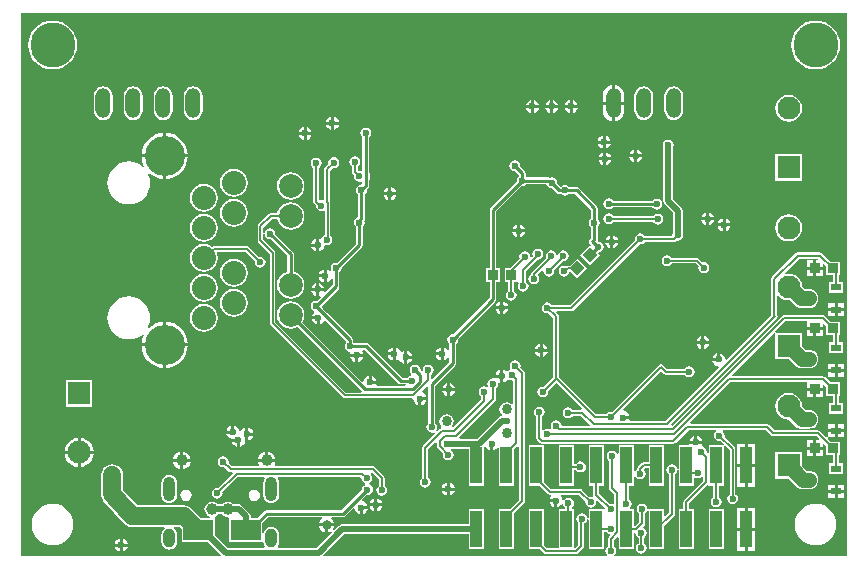
<source format=gbl>
G04*
G04 #@! TF.GenerationSoftware,Altium Limited,Altium Designer,19.1.8 (144)*
G04*
G04 Layer_Physical_Order=2*
G04 Layer_Color=16711680*
%FSLAX25Y25*%
%MOIN*%
G70*
G01*
G75*
%ADD10C,0.01000*%
%ADD15C,0.00600*%
%ADD57P,0.04733X4X90.0*%
%ADD58R,0.03347X0.03347*%
%ADD66R,0.03543X0.02362*%
%ADD73R,0.09843X0.06693*%
%ADD75C,0.00800*%
%ADD76C,0.02000*%
%ADD77C,0.05000*%
%ADD78C,0.06000*%
%ADD79R,0.07677X0.07677*%
%ADD80C,0.07677*%
%ADD81O,0.05000X0.10000*%
%ADD82C,0.03400*%
%ADD83C,0.08000*%
%ADD84C,0.07874*%
%ADD85C,0.13386*%
%ADD86O,0.03937X0.06299*%
%ADD87O,0.03937X0.08268*%
%ADD88C,0.15000*%
%ADD89C,0.02362*%
%ADD90C,0.03937*%
%ADD91C,0.03150*%
%ADD92R,0.03937X0.12205*%
G36*
X275590Y0D02*
X197962D01*
X197811Y500D01*
X197984Y616D01*
X198378Y1205D01*
X198516Y1900D01*
X198378Y2595D01*
X197984Y3184D01*
X197720Y3361D01*
Y5393D01*
X198820Y6493D01*
X199282Y6302D01*
Y2353D01*
X204419D01*
Y7729D01*
X204633Y7803D01*
X205130Y7471D01*
X205222Y7005D01*
X205616Y6416D01*
X205982Y6171D01*
Y4296D01*
X205516Y3984D01*
X205122Y3395D01*
X204984Y2700D01*
X205122Y2005D01*
X205516Y1416D01*
X206105Y1022D01*
X206800Y884D01*
X207495Y1022D01*
X208084Y1416D01*
X208478Y2005D01*
X208616Y2700D01*
X208478Y3395D01*
X208084Y3984D01*
X207818Y4162D01*
Y6171D01*
X208184Y6416D01*
X208578Y7005D01*
X208716Y7700D01*
X208578Y8395D01*
X208184Y8984D01*
X207614Y9365D01*
X207547Y9423D01*
X207439Y9897D01*
X207821Y10279D01*
X208042Y10610D01*
X208120Y11000D01*
Y14339D01*
X208384Y14516D01*
X208778Y15105D01*
X208782Y15126D01*
X209282Y15077D01*
Y2353D01*
X214419D01*
Y10182D01*
X217721Y13484D01*
X217942Y13814D01*
X218020Y14205D01*
Y27439D01*
X218284Y27616D01*
X218678Y28205D01*
X218756Y28597D01*
X218782Y28729D01*
X219282Y28679D01*
Y23613D01*
X224419D01*
Y26079D01*
X224919Y26347D01*
X225105Y26222D01*
X225800Y26084D01*
X226495Y26222D01*
X227084Y26616D01*
X227582Y26462D01*
Y25080D01*
X221201Y18699D01*
X221003Y18402D01*
X220933Y18050D01*
Y15757D01*
X219282D01*
Y2353D01*
X224419D01*
Y15757D01*
X222768D01*
Y17670D01*
X228782Y23684D01*
X229282Y23613D01*
Y23613D01*
X229282Y23613D01*
X230882D01*
Y19829D01*
X230516Y19584D01*
X230122Y18995D01*
X229984Y18300D01*
X230122Y17605D01*
X230516Y17016D01*
X231105Y16622D01*
X231800Y16484D01*
X232495Y16622D01*
X233084Y17016D01*
X233478Y17605D01*
X233616Y18300D01*
X233478Y18995D01*
X233084Y19584D01*
X232718Y19829D01*
Y23613D01*
X234419D01*
Y36605D01*
X234419Y36776D01*
X234919Y36983D01*
X236382Y35520D01*
Y20829D01*
X236016Y20584D01*
X235622Y19995D01*
X235484Y19300D01*
X235622Y18605D01*
X236016Y18016D01*
X236605Y17622D01*
X237300Y17484D01*
X237995Y17622D01*
X238584Y18016D01*
X238978Y18605D01*
X239116Y19300D01*
X238978Y19995D01*
X238584Y20584D01*
X238218Y20829D01*
Y35900D01*
X238148Y36251D01*
X237949Y36549D01*
X234630Y39868D01*
X234716Y40300D01*
X234578Y40995D01*
X234184Y41584D01*
X234040Y41680D01*
X234192Y42180D01*
X248278D01*
X250179Y40279D01*
X250510Y40058D01*
X250900Y39980D01*
X265429D01*
X266274Y39135D01*
X266083Y38673D01*
X265249D01*
Y36500D01*
X267422D01*
Y37334D01*
X267884Y37525D01*
X268578Y36831D01*
Y33727D01*
X270808D01*
Y31021D01*
X269456D01*
Y27459D01*
X274199D01*
Y31021D01*
X272847D01*
Y33727D01*
X273124D01*
Y38273D01*
X270020D01*
X269057Y39237D01*
X269264Y39737D01*
X269470Y39737D01*
X271328D01*
Y41418D01*
X269056D01*
Y40182D01*
X269056Y39944D01*
X268556Y39737D01*
X266572Y41721D01*
X266241Y41942D01*
X265851Y42020D01*
X251322D01*
X249421Y43921D01*
X249090Y44142D01*
X248700Y44220D01*
X223335D01*
X223144Y44682D01*
X236442Y57980D01*
X262076D01*
Y56200D01*
X267422D01*
Y57034D01*
X267884Y57225D01*
X268578Y56531D01*
Y53427D01*
X270808D01*
Y51179D01*
X269456D01*
Y47617D01*
X274199D01*
Y51179D01*
X272847D01*
Y53427D01*
X273124D01*
Y57973D01*
X270020D01*
X268272Y59721D01*
X267941Y59942D01*
X267551Y60020D01*
X237155D01*
X236964Y60482D01*
X251069Y74587D01*
X251561Y74372D01*
X251561Y74150D01*
Y65691D01*
X256017D01*
X258103Y63605D01*
X258103Y63605D01*
X258751Y63108D01*
X259505Y62795D01*
X259910Y62742D01*
X260314Y62689D01*
X260314Y62689D01*
X262772D01*
X263582Y62795D01*
X264336Y63108D01*
X264983Y63605D01*
X265480Y64252D01*
X265793Y65006D01*
X265899Y65816D01*
X265793Y66625D01*
X265480Y67379D01*
X264983Y68027D01*
X264336Y68524D01*
X263582Y68836D01*
X262772Y68942D01*
X261610D01*
X260439Y70113D01*
Y74569D01*
X252014D01*
X251758Y74569D01*
X251543Y75061D01*
X254963Y78480D01*
X262076D01*
Y76500D01*
X267422D01*
Y77334D01*
X267884Y77525D01*
X268578Y76831D01*
Y73727D01*
X270808D01*
Y71337D01*
X269456D01*
Y67775D01*
X274199D01*
Y71337D01*
X272847D01*
Y73727D01*
X273124D01*
Y78273D01*
X270020D01*
X268072Y80221D01*
X267741Y80442D01*
X267351Y80520D01*
X254540D01*
X254150Y80442D01*
X253819Y80221D01*
X217177Y43578D01*
X216958Y43609D01*
X216781Y44139D01*
X252021Y79379D01*
X252242Y79710D01*
X252320Y80100D01*
X252242Y80490D01*
X252181Y80581D01*
Y86723D01*
X252655Y86884D01*
X252834Y86649D01*
X253762Y85938D01*
X254841Y85491D01*
X256000Y85338D01*
X256425Y85394D01*
X258057Y83763D01*
X258057Y83763D01*
X258704Y83266D01*
X259146Y83083D01*
X259458Y82953D01*
X259863Y82900D01*
X260267Y82847D01*
X260268Y82847D01*
X262772D01*
X263582Y82953D01*
X264336Y83266D01*
X264983Y83763D01*
X265480Y84410D01*
X265793Y85164D01*
X265899Y85974D01*
X265793Y86783D01*
X265480Y87537D01*
X264983Y88184D01*
X264336Y88681D01*
X263582Y88994D01*
X262772Y89100D01*
X261563D01*
X260421Y90242D01*
X260324Y90974D01*
X259877Y92053D01*
X259166Y92981D01*
X258238Y93692D01*
X257159Y94139D01*
X256000Y94292D01*
X254975Y94157D01*
X254704Y94594D01*
X259391Y99280D01*
X265793D01*
X265865Y99173D01*
X265597Y98673D01*
X265249D01*
Y96500D01*
X267422D01*
Y97334D01*
X267884Y97525D01*
X268578Y96831D01*
Y93727D01*
X270808D01*
Y91495D01*
X269456D01*
Y87932D01*
X274199D01*
Y91495D01*
X272847D01*
Y93727D01*
X273124D01*
Y98273D01*
X270020D01*
X267272Y101021D01*
X266941Y101242D01*
X266551Y101320D01*
X258969D01*
X258578Y101242D01*
X258248Y101021D01*
X250441Y93214D01*
X250219Y92883D01*
X250142Y92493D01*
Y80384D01*
X235395Y65636D01*
X234885Y65834D01*
X234755Y66488D01*
X234273Y67210D01*
X233551Y67692D01*
X233200Y67762D01*
Y65637D01*
X232700D01*
Y65137D01*
X230576D01*
X230645Y64786D01*
X231128Y64065D01*
X231849Y63583D01*
X232504Y63453D01*
X232701Y62943D01*
X214897Y45138D01*
X203203D01*
X202892Y45638D01*
X202924Y45800D01*
X200800D01*
Y46800D01*
X202924D01*
X202854Y47151D01*
X202373Y47872D01*
X201651Y48355D01*
X201028Y48479D01*
X200846Y49004D01*
X213500Y61658D01*
X214279Y60879D01*
X214610Y60658D01*
X215000Y60580D01*
X221332D01*
X221508Y60316D01*
X222097Y59922D01*
X222793Y59784D01*
X223487Y59922D01*
X224077Y60316D01*
X224470Y60905D01*
X224608Y61600D01*
X224470Y62295D01*
X224077Y62884D01*
X223487Y63278D01*
X222793Y63416D01*
X222097Y63278D01*
X221508Y62884D01*
X221332Y62620D01*
X215422D01*
X214221Y63821D01*
X213890Y64042D01*
X213500Y64120D01*
X213110Y64042D01*
X212779Y63821D01*
X197112Y48154D01*
X196800Y48216D01*
X196105Y48078D01*
X195516Y47684D01*
X195339Y47420D01*
X191922D01*
X179520Y59822D01*
Y80000D01*
X179442Y80390D01*
X179221Y80721D01*
X178524Y81419D01*
X178715Y81880D01*
X183600D01*
X183990Y81958D01*
X184321Y82179D01*
X206288Y104146D01*
X206600Y104084D01*
X207295Y104222D01*
X207884Y104616D01*
X208061Y104880D01*
X217750D01*
X218141Y104958D01*
X218471Y105179D01*
X218563Y105271D01*
X219000Y105184D01*
X219695Y105322D01*
X220284Y105716D01*
X220678Y106305D01*
X220816Y107000D01*
X220678Y107695D01*
X220631Y107764D01*
Y115300D01*
X220507Y115924D01*
X220153Y116454D01*
X217431Y119176D01*
Y136336D01*
X217478Y136405D01*
X217616Y137100D01*
X217478Y137795D01*
X217084Y138384D01*
X216495Y138778D01*
X215800Y138916D01*
X215105Y138778D01*
X214516Y138384D01*
X214122Y137795D01*
X213984Y137100D01*
X214122Y136405D01*
X214169Y136336D01*
Y118500D01*
X214293Y117876D01*
X214647Y117347D01*
X217369Y114624D01*
Y107764D01*
X217322Y107695D01*
X217184Y107000D01*
X217118Y106920D01*
X208061D01*
X207884Y107184D01*
X207295Y107578D01*
X206600Y107716D01*
X205905Y107578D01*
X205316Y107184D01*
X204922Y106595D01*
X204784Y105900D01*
X204846Y105588D01*
X183178Y83920D01*
X177061D01*
X176884Y84184D01*
X176295Y84578D01*
X175600Y84716D01*
X174905Y84578D01*
X174316Y84184D01*
X173922Y83595D01*
X173784Y82900D01*
X173922Y82205D01*
X174316Y81616D01*
X174905Y81222D01*
X175600Y81084D01*
X175912Y81146D01*
X177480Y79578D01*
Y59722D01*
X174312Y56554D01*
X174000Y56616D01*
X173305Y56478D01*
X172716Y56084D01*
X172322Y55495D01*
X172184Y54800D01*
X172322Y54105D01*
X172716Y53516D01*
X173305Y53122D01*
X174000Y52984D01*
X174695Y53122D01*
X175284Y53516D01*
X175678Y54105D01*
X175816Y54800D01*
X175754Y55112D01*
X178550Y57908D01*
X187039Y49420D01*
X186831Y48920D01*
X183961D01*
X183784Y49184D01*
X183195Y49578D01*
X182500Y49716D01*
X181805Y49578D01*
X181216Y49184D01*
X180822Y48595D01*
X180684Y47900D01*
X180822Y47205D01*
X181216Y46616D01*
X181805Y46222D01*
X182500Y46084D01*
X183195Y46222D01*
X183784Y46616D01*
X183961Y46880D01*
X186778D01*
X189777Y43881D01*
X189585Y43420D01*
X180382D01*
X180316Y43500D01*
X180178Y44195D01*
X179784Y44784D01*
X179195Y45178D01*
X178500Y45316D01*
X177805Y45178D01*
X177216Y44784D01*
X176822Y44195D01*
X176684Y43500D01*
X176822Y42805D01*
X176917Y42664D01*
X176556Y42303D01*
X176295Y42478D01*
X175600Y42616D01*
X174905Y42478D01*
X174420Y42153D01*
X174052Y42278D01*
X173920Y42375D01*
Y46639D01*
X174184Y46816D01*
X174578Y47405D01*
X174716Y48100D01*
X174578Y48795D01*
X174184Y49384D01*
X173595Y49778D01*
X172900Y49916D01*
X172205Y49778D01*
X171616Y49384D01*
X171222Y48795D01*
X171084Y48100D01*
X171222Y47405D01*
X171616Y46816D01*
X171880Y46639D01*
Y39400D01*
X171958Y39010D01*
X172179Y38679D01*
X172979Y37879D01*
X173310Y37658D01*
X173700Y37580D01*
X217600D01*
X217990Y37658D01*
X218321Y37879D01*
X222622Y42180D01*
X231608D01*
X231760Y41680D01*
X231616Y41584D01*
X231222Y40995D01*
X231084Y40300D01*
X231222Y39605D01*
X231616Y39016D01*
X232205Y38622D01*
X232900Y38484D01*
X233332Y38570D01*
X234385Y37517D01*
X234178Y37017D01*
X234019Y37017D01*
X229282D01*
Y34585D01*
X228782Y34361D01*
X228567Y34554D01*
X228616Y34800D01*
X228478Y35495D01*
X228084Y36084D01*
X227495Y36478D01*
X227329Y36511D01*
X227099Y37066D01*
X227155Y37149D01*
X227224Y37500D01*
X222958D01*
X222578Y37017D01*
X219282D01*
Y29121D01*
X218782Y29072D01*
X218756Y29203D01*
X218678Y29595D01*
X218284Y30184D01*
X217695Y30578D01*
X217000Y30716D01*
X216305Y30578D01*
X215716Y30184D01*
X215322Y29595D01*
X215184Y28900D01*
X215322Y28205D01*
X215716Y27616D01*
X215980Y27439D01*
Y14627D01*
X214881Y13528D01*
X214419Y13719D01*
Y15757D01*
X209395D01*
X209261Y15769D01*
X208878Y15990D01*
X208778Y16495D01*
X208384Y17084D01*
X207795Y17478D01*
X207100Y17616D01*
X206405Y17478D01*
X205816Y17084D01*
X205422Y16495D01*
X205284Y15800D01*
X205422Y15105D01*
X205816Y14516D01*
X206080Y14339D01*
Y11422D01*
X204919Y10261D01*
X204419Y10468D01*
Y15757D01*
X203398D01*
X203260Y16054D01*
X203212Y16258D01*
X203578Y16805D01*
X203716Y17500D01*
X203578Y18195D01*
X203184Y18784D01*
X202870Y18994D01*
Y23613D01*
X204419D01*
Y26609D01*
X204919Y26760D01*
X205216Y26316D01*
X205805Y25922D01*
X206500Y25784D01*
X207195Y25922D01*
X207784Y26316D01*
X208178Y26905D01*
X208316Y27600D01*
X208178Y28295D01*
X207784Y28884D01*
X207770Y29028D01*
X208122Y29380D01*
X209282D01*
Y23613D01*
X214419D01*
Y37017D01*
X209282D01*
Y31420D01*
X207700D01*
X207310Y31342D01*
X206979Y31121D01*
X205863Y30005D01*
X205642Y29674D01*
X205564Y29284D01*
Y29117D01*
X205216Y28884D01*
X204919Y28440D01*
X204419Y28591D01*
Y37017D01*
X199282D01*
Y34390D01*
X198782Y34238D01*
X198484Y34684D01*
X197895Y35078D01*
X197200Y35216D01*
X196505Y35078D01*
X195916Y34684D01*
X195522Y34095D01*
X195384Y33400D01*
X195522Y32705D01*
X195916Y32116D01*
X196180Y31939D01*
Y22811D01*
X196258Y22421D01*
X196479Y22090D01*
X197862Y20708D01*
Y17596D01*
X197471Y17388D01*
X197362Y17384D01*
X196700Y17516D01*
X196388Y17454D01*
X192870Y20972D01*
Y23613D01*
X194419D01*
Y37017D01*
X189282D01*
Y23613D01*
X190831D01*
Y20550D01*
X190899Y20208D01*
X190879Y20167D01*
X190775Y20031D01*
X190542Y19808D01*
X190000Y19916D01*
X189568Y19830D01*
X187249Y22149D01*
X186951Y22348D01*
X186600Y22418D01*
X176780D01*
X174436Y24761D01*
Y29946D01*
X174419Y30035D01*
Y37017D01*
X169282D01*
Y23613D01*
X172990D01*
X175751Y20851D01*
X176049Y20652D01*
X176400Y20582D01*
X176610D01*
X176767Y20082D01*
X176346Y19451D01*
X176276Y19100D01*
X178400D01*
Y18600D01*
X178900D01*
Y16476D01*
X179251Y16545D01*
X179973Y17028D01*
X180323Y17553D01*
X180854Y17447D01*
X180922Y17105D01*
X181316Y16516D01*
X181580Y16339D01*
Y15757D01*
X179282D01*
Y2720D01*
X175522D01*
X174439Y3803D01*
Y4200D01*
X174419Y4298D01*
Y15757D01*
X169282D01*
Y2353D01*
X173005D01*
X174379Y979D01*
X174710Y758D01*
X175100Y680D01*
X185200D01*
X185590Y758D01*
X185921Y979D01*
X187621Y2679D01*
X187842Y3010D01*
X187920Y3400D01*
Y10972D01*
X188284Y11216D01*
X188678Y11805D01*
X188782Y12329D01*
X189282Y12279D01*
Y2353D01*
X194419D01*
Y8280D01*
X195239D01*
X195416Y8016D01*
X196005Y7622D01*
X196299Y7564D01*
X196464Y7021D01*
X195979Y6536D01*
X195758Y6206D01*
X195680Y5816D01*
Y3361D01*
X195416Y3184D01*
X195022Y2595D01*
X194884Y1900D01*
X195022Y1205D01*
X195416Y616D01*
X195589Y500D01*
X195438Y0D01*
X101114D01*
X100907Y500D01*
X107831Y7424D01*
X149282D01*
Y2353D01*
X154419D01*
Y15757D01*
X149282D01*
Y10687D01*
X107155D01*
X106531Y10562D01*
X106002Y10209D01*
X104500Y8707D01*
X104123Y9037D01*
X104249Y9201D01*
X104508Y9828D01*
X104531Y10000D01*
X102500D01*
Y7969D01*
X102672Y7992D01*
X103298Y8251D01*
X103463Y8377D01*
X103793Y8000D01*
X98675Y2882D01*
X85889D01*
X85643Y3382D01*
X85751Y3524D01*
X86010Y4148D01*
X86098Y4819D01*
Y7181D01*
X86010Y7852D01*
X85751Y8476D01*
X85340Y9013D01*
X84803Y9425D01*
X84178Y9684D01*
X83508Y9772D01*
X82837Y9684D01*
X82213Y9425D01*
X81676Y9013D01*
X81264Y8476D01*
X81006Y7852D01*
X80995Y7774D01*
X80495Y7807D01*
Y11109D01*
X82465Y13079D01*
X100309D01*
X100479Y12578D01*
X100164Y12336D01*
X99751Y11799D01*
X99492Y11172D01*
X99469Y11000D01*
X104531D01*
X104508Y11172D01*
X104249Y11799D01*
X103836Y12336D01*
X103521Y12578D01*
X103691Y13079D01*
X107400D01*
X107400Y13078D01*
X107829Y13164D01*
X108193Y13407D01*
X110819Y16033D01*
X111362Y15869D01*
X111445Y15449D01*
X111927Y14728D01*
X112649Y14245D01*
X113000Y14176D01*
Y16300D01*
X113500D01*
Y16800D01*
X115624D01*
X115554Y17151D01*
X115073Y17873D01*
X114351Y18355D01*
X113931Y18438D01*
X113767Y18981D01*
X115325Y20539D01*
X115600Y20484D01*
X116295Y20622D01*
X116884Y21016D01*
X117278Y21605D01*
X117416Y22300D01*
X117278Y22995D01*
X116884Y23584D01*
X116295Y23978D01*
X116269Y23983D01*
X116260Y24006D01*
X116216Y24503D01*
X116684Y24816D01*
X117078Y25405D01*
X117216Y26100D01*
X117078Y26795D01*
X116763Y27265D01*
X116863Y27674D01*
X116947Y27810D01*
X117116Y27843D01*
X119280Y25678D01*
Y23461D01*
X119016Y23284D01*
X118622Y22695D01*
X118484Y22000D01*
X118622Y21305D01*
X119016Y20716D01*
X119605Y20322D01*
X120300Y20184D01*
X120995Y20322D01*
X121584Y20716D01*
X121978Y21305D01*
X122116Y22000D01*
X121978Y22695D01*
X121584Y23284D01*
X121320Y23461D01*
Y26100D01*
X121242Y26490D01*
X121021Y26821D01*
X118089Y29752D01*
X117759Y29974D01*
X117368Y30051D01*
X84812D01*
X84747Y30182D01*
X84613Y30551D01*
X84892Y31225D01*
X84928Y31500D01*
X79072D01*
X79108Y31225D01*
X79387Y30551D01*
X79253Y30182D01*
X79189Y30051D01*
X70391D01*
X69254Y31188D01*
X69316Y31500D01*
X69178Y32195D01*
X68784Y32784D01*
X68195Y33178D01*
X67500Y33316D01*
X66805Y33178D01*
X66216Y32784D01*
X65822Y32195D01*
X65684Y31500D01*
X65822Y30805D01*
X66216Y30216D01*
X66805Y29822D01*
X67500Y29684D01*
X67812Y29746D01*
X69248Y28310D01*
X69578Y28089D01*
X69968Y28012D01*
X70417D01*
X70608Y27550D01*
X65812Y22754D01*
X65500Y22816D01*
X64805Y22678D01*
X64216Y22284D01*
X63822Y21695D01*
X63684Y21000D01*
X63822Y20305D01*
X64216Y19716D01*
X64805Y19322D01*
X65500Y19184D01*
X66195Y19322D01*
X66784Y19716D01*
X67178Y20305D01*
X67316Y21000D01*
X67254Y21312D01*
X72513Y26571D01*
X81136D01*
X81382Y26071D01*
X81264Y25917D01*
X81006Y25293D01*
X80917Y24622D01*
Y20291D01*
X81006Y19621D01*
X81264Y18996D01*
X81676Y18460D01*
X82213Y18048D01*
X82837Y17789D01*
X83508Y17701D01*
X84178Y17789D01*
X84803Y18048D01*
X85340Y18460D01*
X85751Y18996D01*
X86010Y19621D01*
X86098Y20291D01*
Y24622D01*
X86010Y25293D01*
X85751Y25917D01*
X85634Y26071D01*
X85880Y26571D01*
X113197D01*
X113586Y26112D01*
X113584Y26100D01*
X113722Y25405D01*
X114116Y24816D01*
X114705Y24422D01*
X114731Y24417D01*
X114740Y24394D01*
X114784Y23897D01*
X114316Y23584D01*
X113922Y22995D01*
X113784Y22300D01*
X113806Y22192D01*
X106935Y15322D01*
X82000D01*
X82000Y15322D01*
X81571Y15236D01*
X81207Y14993D01*
X81207Y14993D01*
X78982Y12768D01*
X77820D01*
X77820Y12768D01*
X77712Y12746D01*
X76631D01*
Y13400D01*
X76507Y14024D01*
X76153Y14554D01*
X73853Y16853D01*
X73324Y17207D01*
X72700Y17331D01*
X70986D01*
X70832Y17532D01*
X70295Y17944D01*
X69670Y18202D01*
X69000Y18291D01*
X68330Y18202D01*
X67705Y17944D01*
X67168Y17532D01*
X67014Y17331D01*
X65850D01*
X65696Y17532D01*
X65160Y17944D01*
X64535Y18202D01*
X63864Y18291D01*
X63194Y18202D01*
X62569Y17944D01*
X62033Y17532D01*
X61621Y16995D01*
X61362Y16371D01*
X61274Y15700D01*
X61362Y15030D01*
X61621Y14405D01*
X62033Y13868D01*
X62569Y13456D01*
X63076Y13246D01*
X62976Y12746D01*
X60192D01*
X59872Y13163D01*
X59872Y13163D01*
X57068Y15968D01*
X56315Y16545D01*
X55440Y16907D01*
X54500Y17031D01*
X38812D01*
X34131Y22085D01*
Y27100D01*
X34007Y28040D01*
X33645Y28916D01*
X33068Y29667D01*
X32315Y30245D01*
X31440Y30607D01*
X30500Y30731D01*
X29560Y30607D01*
X28684Y30245D01*
X27933Y29667D01*
X27355Y28916D01*
X26993Y28040D01*
X26869Y27100D01*
Y20661D01*
X26922Y20260D01*
X26959Y19856D01*
X26984Y19791D01*
X26993Y19722D01*
X27148Y19347D01*
X27288Y18967D01*
X27329Y18910D01*
X27355Y18846D01*
X27602Y18524D01*
X27836Y18194D01*
X34563Y10932D01*
X34616Y10888D01*
X34659Y10832D01*
X34980Y10586D01*
X35292Y10327D01*
X35355Y10298D01*
X35411Y10255D01*
X35785Y10100D01*
X36153Y9931D01*
X36222Y9919D01*
X36287Y9893D01*
X36688Y9840D01*
X37088Y9772D01*
X37157Y9778D01*
X37226Y9769D01*
X47824D01*
X47994Y9269D01*
X47660Y9013D01*
X47249Y8476D01*
X46990Y7852D01*
X46902Y7181D01*
Y4819D01*
X46990Y4148D01*
X47249Y3524D01*
X47660Y2987D01*
X48197Y2575D01*
X48822Y2317D01*
X49492Y2228D01*
X50163Y2317D01*
X50788Y2575D01*
X51324Y2987D01*
X51736Y3524D01*
X51995Y4148D01*
X52083Y4819D01*
Y7181D01*
X51995Y7852D01*
X51736Y8476D01*
X51324Y9013D01*
X50990Y9269D01*
X51160Y9769D01*
X52996D01*
X53682Y9083D01*
X53705Y8911D01*
Y4854D01*
X62440D01*
X66794Y500D01*
X66587Y0D01*
X0D01*
Y180751D01*
Y181102D01*
X275590D01*
Y0D01*
D02*
G37*
G36*
X67168Y13868D02*
X67705Y13456D01*
X68330Y13198D01*
X69000Y13109D01*
X69178Y13133D01*
X69453Y12665D01*
Y4854D01*
X80448Y4854D01*
X80508Y4849D01*
X80933Y4702D01*
X81006Y4148D01*
X81264Y3524D01*
X81373Y3382D01*
X81126Y2882D01*
X69026D01*
X64747Y7161D01*
Y12746D01*
X64747D01*
X64653Y13246D01*
X65160Y13456D01*
X65696Y13868D01*
X65850Y14069D01*
X67014D01*
X67168Y13868D01*
D02*
G37*
G36*
X188270Y18532D02*
X188184Y18100D01*
X188322Y17405D01*
X188716Y16816D01*
X189305Y16422D01*
X190000Y16284D01*
X190695Y16422D01*
X191284Y16816D01*
X191678Y17405D01*
X191816Y18100D01*
X191733Y18518D01*
X192194Y18765D01*
X194678Y16280D01*
X194645Y16188D01*
X194419Y15757D01*
X194419Y15757D01*
X194419Y15757D01*
X189282D01*
Y12721D01*
X188782Y12671D01*
X188678Y13195D01*
X188284Y13784D01*
X187695Y14178D01*
X187000Y14316D01*
X186305Y14178D01*
X185716Y13784D01*
X185322Y13195D01*
X185184Y12500D01*
X185322Y11805D01*
X185716Y11216D01*
X185880Y11106D01*
Y3822D01*
X184919Y2861D01*
X184419Y3060D01*
Y15757D01*
X183620D01*
Y16339D01*
X183884Y16516D01*
X184278Y17105D01*
X184416Y17800D01*
X184278Y18495D01*
X183884Y19084D01*
X183295Y19478D01*
X182600Y19616D01*
X181905Y19478D01*
X181316Y19084D01*
X181101Y18763D01*
X180570Y18868D01*
X180455Y19451D01*
X180033Y20082D01*
X180191Y20582D01*
X186220D01*
X188270Y18532D01*
D02*
G37*
%LPC*%
G36*
X264961Y178612D02*
X263373Y178455D01*
X261846Y177992D01*
X260439Y177240D01*
X259205Y176228D01*
X258193Y174994D01*
X257441Y173587D01*
X256978Y172060D01*
X256821Y170472D01*
X256978Y168885D01*
X257441Y167358D01*
X258193Y165951D01*
X259205Y164717D01*
X260439Y163705D01*
X261846Y162953D01*
X263373Y162490D01*
X264961Y162333D01*
X266548Y162490D01*
X268075Y162953D01*
X269482Y163705D01*
X270716Y164717D01*
X271728Y165951D01*
X272480Y167358D01*
X272943Y168885D01*
X273100Y170472D01*
X272943Y172060D01*
X272480Y173587D01*
X271728Y174994D01*
X270716Y176228D01*
X269482Y177240D01*
X268075Y177992D01*
X266548Y178455D01*
X264961Y178612D01*
D02*
G37*
G36*
X10630D02*
X9042Y178455D01*
X7515Y177992D01*
X6108Y177240D01*
X4875Y176228D01*
X3862Y174994D01*
X3110Y173587D01*
X2647Y172060D01*
X2491Y170472D01*
X2647Y168885D01*
X3110Y167358D01*
X3862Y165951D01*
X4875Y164717D01*
X6108Y163705D01*
X7515Y162953D01*
X9042Y162490D01*
X10630Y162333D01*
X12218Y162490D01*
X13745Y162953D01*
X15152Y163705D01*
X16385Y164717D01*
X17397Y165951D01*
X18149Y167358D01*
X18613Y168885D01*
X18769Y170472D01*
X18613Y172060D01*
X18149Y173587D01*
X17397Y174994D01*
X16385Y176228D01*
X15152Y177240D01*
X13745Y177992D01*
X12218Y178455D01*
X10630Y178612D01*
D02*
G37*
G36*
X198158Y157064D02*
Y151600D01*
X201188D01*
Y153600D01*
X201067Y154514D01*
X200715Y155365D01*
X200154Y156096D01*
X199423Y156657D01*
X198571Y157010D01*
X198158Y157064D01*
D02*
G37*
G36*
X197158D02*
X196744Y157010D01*
X195892Y156657D01*
X195161Y156096D01*
X194600Y155365D01*
X194248Y154514D01*
X194127Y153600D01*
Y151600D01*
X197158D01*
Y157064D01*
D02*
G37*
G36*
X184000Y152124D02*
Y150500D01*
X185624D01*
X185555Y150851D01*
X185073Y151573D01*
X184351Y152055D01*
X184000Y152124D01*
D02*
G37*
G36*
X183000D02*
X182649Y152055D01*
X181928Y151573D01*
X181446Y150851D01*
X181376Y150500D01*
X183000D01*
Y152124D01*
D02*
G37*
G36*
X177500D02*
Y150500D01*
X179124D01*
X179054Y150851D01*
X178572Y151573D01*
X177851Y152055D01*
X177500Y152124D01*
D02*
G37*
G36*
X176500D02*
X176149Y152055D01*
X175427Y151573D01*
X174945Y150851D01*
X174876Y150500D01*
X176500D01*
Y152124D01*
D02*
G37*
G36*
X171100D02*
Y150500D01*
X172724D01*
X172654Y150851D01*
X172172Y151573D01*
X171451Y152055D01*
X171100Y152124D01*
D02*
G37*
G36*
X170100D02*
X169749Y152055D01*
X169027Y151573D01*
X168545Y150851D01*
X168476Y150500D01*
X170100D01*
Y152124D01*
D02*
G37*
G36*
X185624Y149500D02*
X184000D01*
Y147876D01*
X184351Y147945D01*
X185073Y148427D01*
X185555Y149149D01*
X185624Y149500D01*
D02*
G37*
G36*
X183000D02*
X181376D01*
X181446Y149149D01*
X181928Y148427D01*
X182649Y147945D01*
X183000Y147876D01*
Y149500D01*
D02*
G37*
G36*
X179124D02*
X177500D01*
Y147876D01*
X177851Y147945D01*
X178572Y148427D01*
X179054Y149149D01*
X179124Y149500D01*
D02*
G37*
G36*
X176500D02*
X174876D01*
X174945Y149149D01*
X175427Y148427D01*
X176149Y147945D01*
X176500Y147876D01*
Y149500D01*
D02*
G37*
G36*
X172724D02*
X171100D01*
Y147876D01*
X171451Y147945D01*
X172172Y148427D01*
X172654Y149149D01*
X172724Y149500D01*
D02*
G37*
G36*
X170100D02*
X168476D01*
X168545Y149149D01*
X169027Y148427D01*
X169749Y147945D01*
X170100Y147876D01*
Y149500D01*
D02*
G37*
G36*
X217657Y156727D02*
X216848Y156620D01*
X216094Y156308D01*
X215446Y155811D01*
X214950Y155163D01*
X214637Y154409D01*
X214531Y153600D01*
Y148600D01*
X214637Y147791D01*
X214950Y147037D01*
X215446Y146389D01*
X216094Y145892D01*
X216848Y145580D01*
X217657Y145473D01*
X218467Y145580D01*
X219221Y145892D01*
X219868Y146389D01*
X220365Y147037D01*
X220678Y147791D01*
X220784Y148600D01*
Y153600D01*
X220678Y154409D01*
X220365Y155163D01*
X219868Y155811D01*
X219221Y156308D01*
X218467Y156620D01*
X217657Y156727D01*
D02*
G37*
G36*
X207658D02*
X206848Y156620D01*
X206094Y156308D01*
X205447Y155811D01*
X204950Y155163D01*
X204637Y154409D01*
X204531Y153600D01*
Y148600D01*
X204637Y147791D01*
X204950Y147037D01*
X205447Y146389D01*
X206094Y145892D01*
X206848Y145580D01*
X207658Y145473D01*
X208467Y145580D01*
X209221Y145892D01*
X209868Y146389D01*
X210365Y147037D01*
X210678Y147791D01*
X210784Y148600D01*
Y153600D01*
X210678Y154409D01*
X210365Y155163D01*
X209868Y155811D01*
X209221Y156308D01*
X208467Y156620D01*
X207658Y156727D01*
D02*
G37*
G36*
X57500D02*
X56691Y156620D01*
X55937Y156308D01*
X55289Y155811D01*
X54792Y155163D01*
X54480Y154409D01*
X54373Y153600D01*
Y148600D01*
X54480Y147791D01*
X54792Y147037D01*
X55289Y146389D01*
X55937Y145892D01*
X56691Y145580D01*
X57500Y145473D01*
X58309Y145580D01*
X59063Y145892D01*
X59711Y146389D01*
X60208Y147037D01*
X60520Y147791D01*
X60627Y148600D01*
Y153600D01*
X60520Y154409D01*
X60208Y155163D01*
X59711Y155811D01*
X59063Y156308D01*
X58309Y156620D01*
X57500Y156727D01*
D02*
G37*
G36*
X47500D02*
X46691Y156620D01*
X45937Y156308D01*
X45289Y155811D01*
X44792Y155163D01*
X44480Y154409D01*
X44373Y153600D01*
Y148600D01*
X44480Y147791D01*
X44792Y147037D01*
X45289Y146389D01*
X45937Y145892D01*
X46691Y145580D01*
X47500Y145473D01*
X48309Y145580D01*
X49063Y145892D01*
X49711Y146389D01*
X50208Y147037D01*
X50520Y147791D01*
X50627Y148600D01*
Y153600D01*
X50520Y154409D01*
X50208Y155163D01*
X49711Y155811D01*
X49063Y156308D01*
X48309Y156620D01*
X47500Y156727D01*
D02*
G37*
G36*
X37500D02*
X36691Y156620D01*
X35937Y156308D01*
X35289Y155811D01*
X34792Y155163D01*
X34480Y154409D01*
X34373Y153600D01*
Y148600D01*
X34480Y147791D01*
X34792Y147037D01*
X35289Y146389D01*
X35937Y145892D01*
X36691Y145580D01*
X37500Y145473D01*
X38309Y145580D01*
X39063Y145892D01*
X39711Y146389D01*
X40208Y147037D01*
X40520Y147791D01*
X40627Y148600D01*
Y153600D01*
X40520Y154409D01*
X40208Y155163D01*
X39711Y155811D01*
X39063Y156308D01*
X38309Y156620D01*
X37500Y156727D01*
D02*
G37*
G36*
X27500D02*
X26691Y156620D01*
X25937Y156308D01*
X25289Y155811D01*
X24792Y155163D01*
X24480Y154409D01*
X24373Y153600D01*
Y148600D01*
X24480Y147791D01*
X24792Y147037D01*
X25289Y146389D01*
X25937Y145892D01*
X26691Y145580D01*
X27500Y145473D01*
X28309Y145580D01*
X29063Y145892D01*
X29711Y146389D01*
X30208Y147037D01*
X30520Y147791D01*
X30627Y148600D01*
Y153600D01*
X30520Y154409D01*
X30208Y155163D01*
X29711Y155811D01*
X29063Y156308D01*
X28309Y156620D01*
X27500Y156727D01*
D02*
G37*
G36*
X201188Y150600D02*
X198158D01*
Y145136D01*
X198571Y145190D01*
X199423Y145543D01*
X200154Y146104D01*
X200715Y146835D01*
X201067Y147686D01*
X201188Y148600D01*
Y150600D01*
D02*
G37*
G36*
X197158D02*
X194127D01*
Y148600D01*
X194248Y147686D01*
X194600Y146835D01*
X195161Y146104D01*
X195892Y145543D01*
X196744Y145190D01*
X197158Y145136D01*
Y150600D01*
D02*
G37*
G36*
X104400Y146524D02*
Y144900D01*
X106024D01*
X105955Y145251D01*
X105473Y145973D01*
X104751Y146455D01*
X104400Y146524D01*
D02*
G37*
G36*
X103400D02*
X103049Y146455D01*
X102328Y145973D01*
X101846Y145251D01*
X101776Y144900D01*
X103400D01*
Y146524D01*
D02*
G37*
G36*
X256000Y153819D02*
X254841Y153667D01*
X253762Y153220D01*
X252834Y152508D01*
X252123Y151581D01*
X251676Y150501D01*
X251523Y149343D01*
X251676Y148184D01*
X252123Y147104D01*
X252834Y146177D01*
X253762Y145465D01*
X254841Y145018D01*
X256000Y144866D01*
X257159Y145018D01*
X258238Y145465D01*
X259166Y146177D01*
X259877Y147104D01*
X260324Y148184D01*
X260477Y149343D01*
X260324Y150501D01*
X259877Y151581D01*
X259166Y152508D01*
X258238Y153220D01*
X257159Y153667D01*
X256000Y153819D01*
D02*
G37*
G36*
X106024Y143900D02*
X104400D01*
Y142276D01*
X104751Y142345D01*
X105473Y142827D01*
X105955Y143549D01*
X106024Y143900D01*
D02*
G37*
G36*
X103400D02*
X101776D01*
X101846Y143549D01*
X102328Y142827D01*
X103049Y142345D01*
X103400Y142276D01*
Y143900D01*
D02*
G37*
G36*
X95300Y143124D02*
Y141500D01*
X96924D01*
X96855Y141851D01*
X96372Y142572D01*
X95651Y143054D01*
X95300Y143124D01*
D02*
G37*
G36*
X94300D02*
X93949Y143054D01*
X93227Y142572D01*
X92746Y141851D01*
X92676Y141500D01*
X94300D01*
Y143124D01*
D02*
G37*
G36*
X96924Y140500D02*
X95300D01*
Y138876D01*
X95651Y138945D01*
X96372Y139427D01*
X96855Y140149D01*
X96924Y140500D01*
D02*
G37*
G36*
X94300D02*
X92676D01*
X92746Y140149D01*
X93227Y139427D01*
X93949Y138945D01*
X94300Y138876D01*
Y140500D01*
D02*
G37*
G36*
X195002Y140224D02*
Y138600D01*
X196627D01*
X196557Y138951D01*
X196075Y139673D01*
X195353Y140155D01*
X195002Y140224D01*
D02*
G37*
G36*
X194002D02*
X193651Y140155D01*
X192930Y139673D01*
X192448Y138951D01*
X192378Y138600D01*
X194002D01*
Y140224D01*
D02*
G37*
G36*
X196627Y137600D02*
X195002D01*
Y135976D01*
X195353Y136046D01*
X196075Y136528D01*
X196557Y137249D01*
X196627Y137600D01*
D02*
G37*
G36*
X194002D02*
X192378D01*
X192448Y137249D01*
X192930Y136528D01*
X193651Y136046D01*
X194002Y135976D01*
Y137600D01*
D02*
G37*
G36*
X205500Y135624D02*
Y134000D01*
X207124D01*
X207055Y134351D01*
X206573Y135073D01*
X205851Y135555D01*
X205500Y135624D01*
D02*
G37*
G36*
X204500D02*
X204149Y135555D01*
X203428Y135073D01*
X202945Y134351D01*
X202876Y134000D01*
X204500D01*
Y135624D01*
D02*
G37*
G36*
X48508Y141177D02*
Y133996D01*
X55689D01*
X55589Y135004D01*
X55150Y136454D01*
X54435Y137791D01*
X53474Y138962D01*
X52302Y139923D01*
X50966Y140638D01*
X49516Y141078D01*
X48508Y141177D01*
D02*
G37*
G36*
X47508D02*
X46500Y141078D01*
X45050Y140638D01*
X43713Y139923D01*
X42542Y138962D01*
X41581Y137791D01*
X40866Y136454D01*
X40426Y135004D01*
X40327Y133996D01*
X47508D01*
Y141177D01*
D02*
G37*
G36*
X195235Y134690D02*
Y133065D01*
X196859D01*
X196789Y133416D01*
X196307Y134138D01*
X195586Y134620D01*
X195235Y134690D01*
D02*
G37*
G36*
X194235D02*
X193884Y134620D01*
X193162Y134138D01*
X192680Y133416D01*
X192610Y133065D01*
X194235D01*
Y134690D01*
D02*
G37*
G36*
X207124Y133000D02*
X205500D01*
Y131376D01*
X205851Y131446D01*
X206573Y131928D01*
X207055Y132649D01*
X207124Y133000D01*
D02*
G37*
G36*
X204500D02*
X202876D01*
X202945Y132649D01*
X203428Y131928D01*
X204149Y131446D01*
X204500Y131376D01*
Y133000D01*
D02*
G37*
G36*
X196859Y132065D02*
X195235D01*
Y130441D01*
X195586Y130511D01*
X196307Y130993D01*
X196789Y131714D01*
X196859Y132065D01*
D02*
G37*
G36*
X194235D02*
X192610D01*
X192680Y131714D01*
X193162Y130993D01*
X193884Y130511D01*
X194235Y130441D01*
Y132065D01*
D02*
G37*
G36*
X47508Y132996D02*
X40327D01*
X40426Y131988D01*
X40866Y130538D01*
X41037Y130218D01*
X40643Y129895D01*
X39972Y130445D01*
X38736Y131106D01*
X37395Y131513D01*
X36000Y131650D01*
X34605Y131513D01*
X33264Y131106D01*
X32028Y130445D01*
X30944Y129556D01*
X30055Y128472D01*
X29394Y127236D01*
X28987Y125895D01*
X28850Y124500D01*
X28987Y123105D01*
X29394Y121764D01*
X30055Y120528D01*
X30944Y119444D01*
X32028Y118555D01*
X33264Y117894D01*
X34605Y117487D01*
X36000Y117350D01*
X37395Y117487D01*
X38736Y117894D01*
X39972Y118555D01*
X41056Y119444D01*
X41945Y120528D01*
X42606Y121764D01*
X43013Y123105D01*
X43150Y124500D01*
X43013Y125895D01*
X42606Y127236D01*
X42516Y127404D01*
X42910Y127728D01*
X43713Y127069D01*
X45050Y126354D01*
X46500Y125915D01*
X47508Y125815D01*
Y132996D01*
D02*
G37*
G36*
X115000Y142867D02*
X114305Y142729D01*
X113716Y142335D01*
X113322Y141746D01*
X113184Y141051D01*
X113322Y140356D01*
X113716Y139767D01*
X113878Y139658D01*
Y128730D01*
X113378Y128407D01*
X112900Y128503D01*
X112775Y128478D01*
X112318Y128867D01*
Y130071D01*
X112684Y130316D01*
X113078Y130905D01*
X113216Y131600D01*
X113078Y132295D01*
X112684Y132884D01*
X112095Y133278D01*
X111400Y133416D01*
X110705Y133278D01*
X110116Y132884D01*
X109722Y132295D01*
X109584Y131600D01*
X109722Y130905D01*
X110116Y130316D01*
X110482Y130071D01*
Y128200D01*
X110552Y127849D01*
X110751Y127551D01*
X111172Y127130D01*
X111084Y126687D01*
X111222Y125992D01*
X111616Y125402D01*
X112205Y125009D01*
X112900Y124871D01*
X113378Y124966D01*
X113878Y124643D01*
Y124370D01*
X113600Y123916D01*
X112905Y123778D01*
X112316Y123384D01*
X111922Y122795D01*
X111784Y122100D01*
X111922Y121405D01*
X112316Y120816D01*
X112478Y120707D01*
Y113032D01*
X112205Y112978D01*
X111616Y112584D01*
X111222Y111995D01*
X111084Y111300D01*
X111222Y110605D01*
X111616Y110016D01*
X111778Y109907D01*
Y104262D01*
X105343Y97827D01*
X105151Y97865D01*
X104456Y97727D01*
X103867Y97333D01*
X103473Y96744D01*
X103335Y96049D01*
X103473Y95354D01*
X103073Y95073D01*
X102351Y95555D01*
X102000Y95624D01*
Y93500D01*
Y91376D01*
X102351Y91445D01*
X103073Y91927D01*
X103530Y92612D01*
X103566Y92616D01*
X104030Y92309D01*
Y90516D01*
X101504Y87990D01*
X101079Y88272D01*
X101124Y88500D01*
X99500D01*
Y86876D01*
X99728Y86921D01*
X100010Y86496D01*
X98692Y85178D01*
X98500Y85216D01*
X97805Y85078D01*
X97216Y84684D01*
X96822Y84095D01*
X96684Y83400D01*
X96822Y82705D01*
X97216Y82116D01*
X97752Y81757D01*
X97816Y81485D01*
X97830Y81208D01*
X97628Y81072D01*
X97145Y80351D01*
X97076Y80000D01*
X99200D01*
Y79500D01*
X99700D01*
Y77376D01*
X100051Y77446D01*
X100773Y77928D01*
X101136Y78471D01*
X101716Y78598D01*
X108488Y71826D01*
X108516Y71284D01*
X108122Y70695D01*
X107984Y70000D01*
X108122Y69305D01*
X108516Y68716D01*
X109105Y68322D01*
X109594Y68225D01*
X109693Y68120D01*
X109894Y67786D01*
X109915Y67697D01*
X109876Y67500D01*
X114124D01*
X114055Y67851D01*
X113702Y68378D01*
X113946Y68878D01*
X114735D01*
X125907Y57707D01*
X125907Y57707D01*
X126271Y57464D01*
X126700Y57378D01*
X126700Y57378D01*
X128413D01*
X128440Y57340D01*
X128178Y56840D01*
X118904D01*
X118593Y57341D01*
X118624Y57500D01*
X116500D01*
Y58000D01*
X116000D01*
Y60124D01*
X115649Y60054D01*
X114927Y59572D01*
X114445Y58851D01*
X114362Y58431D01*
X113819Y58267D01*
X93940Y78146D01*
X93979Y78196D01*
X94436Y79300D01*
X94592Y80484D01*
X94436Y81669D01*
X93979Y82772D01*
X93252Y83720D01*
X92304Y84447D01*
X91200Y84904D01*
X90016Y85061D01*
X88831Y84904D01*
X87728Y84447D01*
X86780Y83720D01*
X86053Y82772D01*
X85596Y81669D01*
X85440Y80484D01*
X85596Y79300D01*
X86053Y78196D01*
X86780Y77249D01*
X87728Y76521D01*
X88831Y76064D01*
X90016Y75908D01*
X91200Y76064D01*
X92304Y76521D01*
X92354Y76560D01*
X113796Y55118D01*
X113589Y54618D01*
X108480D01*
X84918Y78180D01*
Y101300D01*
X84848Y101651D01*
X84649Y101949D01*
X80818Y105780D01*
Y107382D01*
X81318Y107431D01*
X81345Y107294D01*
X81422Y106905D01*
X81816Y106316D01*
X82405Y105922D01*
X83100Y105784D01*
X83292Y105822D01*
X88894Y100220D01*
Y94913D01*
X88831Y94905D01*
X87728Y94447D01*
X86780Y93720D01*
X86053Y92772D01*
X85596Y91669D01*
X85440Y90484D01*
X85596Y89300D01*
X86053Y88196D01*
X86780Y87248D01*
X87728Y86521D01*
X88831Y86064D01*
X90016Y85908D01*
X91200Y86064D01*
X92304Y86521D01*
X93252Y87248D01*
X93979Y88196D01*
X94436Y89300D01*
X94592Y90484D01*
X94436Y91669D01*
X93979Y92772D01*
X93252Y93720D01*
X92304Y94447D01*
X91200Y94905D01*
X91137Y94913D01*
Y100684D01*
X91137Y100684D01*
X91052Y101113D01*
X90809Y101477D01*
X90809Y101477D01*
X84878Y107408D01*
X84916Y107600D01*
X84778Y108295D01*
X84384Y108884D01*
X83795Y109278D01*
X83100Y109416D01*
X82405Y109278D01*
X81816Y108884D01*
X81422Y108295D01*
X81345Y107905D01*
X81318Y107769D01*
X80818Y107818D01*
Y109620D01*
X83796Y112598D01*
X85561D01*
X85596Y112331D01*
X86053Y111228D01*
X86780Y110280D01*
X87728Y109553D01*
X88831Y109096D01*
X90016Y108940D01*
X91200Y109096D01*
X92304Y109553D01*
X93252Y110280D01*
X93979Y111228D01*
X94436Y112331D01*
X94592Y113516D01*
X94436Y114700D01*
X93979Y115804D01*
X93252Y116752D01*
X92304Y117479D01*
X91200Y117936D01*
X90016Y118092D01*
X88831Y117936D01*
X87728Y117479D01*
X86780Y116752D01*
X86053Y115804D01*
X85596Y114700D01*
X85561Y114433D01*
X83416D01*
X83065Y114364D01*
X82767Y114165D01*
X79251Y110649D01*
X79052Y110351D01*
X78982Y110000D01*
Y105400D01*
X79052Y105049D01*
X79251Y104751D01*
X83082Y100920D01*
Y77800D01*
X83152Y77449D01*
X83351Y77151D01*
X107451Y53051D01*
X107749Y52852D01*
X108100Y52782D01*
X130403D01*
X130876Y52600D01*
X131045Y51749D01*
X131527Y51028D01*
X132249Y50545D01*
X132600Y50476D01*
Y52600D01*
X133100D01*
Y53100D01*
X135224D01*
X135154Y53451D01*
X134672Y54172D01*
X133951Y54655D01*
X133769Y54691D01*
X133624Y55169D01*
X135378Y56924D01*
X135878Y56717D01*
Y44393D01*
X135716Y44284D01*
X135322Y43695D01*
X135184Y43000D01*
X135322Y42305D01*
X135716Y41716D01*
X136305Y41322D01*
X137000Y41184D01*
X137695Y41322D01*
X137931Y41480D01*
X138250Y41091D01*
X134179Y37021D01*
X133958Y36690D01*
X133880Y36300D01*
Y26161D01*
X133616Y25984D01*
X133222Y25395D01*
X133084Y24700D01*
X133222Y24005D01*
X133616Y23416D01*
X134205Y23022D01*
X134900Y22884D01*
X135595Y23022D01*
X136184Y23416D01*
X136578Y24005D01*
X136716Y24700D01*
X136578Y25395D01*
X136184Y25984D01*
X135920Y26161D01*
Y35878D01*
X138180Y38138D01*
X138680Y37931D01*
Y36700D01*
X138758Y36310D01*
X138979Y35979D01*
X140746Y34212D01*
X140684Y33900D01*
X140822Y33205D01*
X141216Y32616D01*
X141805Y32222D01*
X142500Y32084D01*
X143195Y32222D01*
X143784Y32616D01*
X144178Y33205D01*
X144316Y33900D01*
X144178Y34595D01*
X143784Y35184D01*
X143358Y35469D01*
X143510Y35969D01*
X149282D01*
Y23613D01*
X154419D01*
Y36426D01*
X154898Y36715D01*
X154953Y36638D01*
X155428Y35928D01*
X156149Y35445D01*
X156500Y35376D01*
Y37500D01*
X157500D01*
Y35376D01*
X157851Y35445D01*
X158572Y35928D01*
X158782Y36241D01*
X159282Y36089D01*
Y23613D01*
X164419D01*
Y35677D01*
X165580Y36838D01*
X166080Y36631D01*
Y18822D01*
X163016Y15757D01*
X159282D01*
Y2353D01*
X164419D01*
Y14277D01*
X167821Y17679D01*
X168042Y18010D01*
X168120Y18400D01*
Y61241D01*
X168042Y61631D01*
X167821Y61962D01*
X166595Y63188D01*
X166656Y63500D01*
X166518Y64195D01*
X166125Y64784D01*
X165535Y65178D01*
X164841Y65316D01*
X164146Y65178D01*
X163556Y64784D01*
X163163Y64195D01*
X163025Y63500D01*
X163163Y62805D01*
X163264Y62653D01*
X163101Y62259D01*
X162988Y62167D01*
X162473Y61823D01*
X161972Y61673D01*
X161251Y62155D01*
X160900Y62224D01*
Y60100D01*
Y57976D01*
X161251Y58046D01*
X161972Y58527D01*
X162231Y58914D01*
X162721Y59012D01*
X163005Y58822D01*
X163700Y58684D01*
X164130Y58270D01*
Y50873D01*
X163630Y50737D01*
X162917Y51214D01*
X162000Y51396D01*
X161083Y51214D01*
X160306Y50694D01*
X159786Y49917D01*
X159604Y49000D01*
X159786Y48083D01*
X160306Y47306D01*
X160310Y47303D01*
X160204Y46772D01*
X159876Y46707D01*
X159346Y46354D01*
X152224Y39231D01*
X146380D01*
X146173Y39731D01*
X158121Y51679D01*
X158342Y52010D01*
X158420Y52400D01*
Y56139D01*
X158684Y56316D01*
X159078Y56905D01*
X159216Y57600D01*
X159201Y57677D01*
X159351Y57836D01*
X159641Y58027D01*
X159900Y57976D01*
Y59600D01*
X158109D01*
X157819Y59333D01*
X157400Y59416D01*
X156705Y59278D01*
X156116Y58884D01*
X155722Y58295D01*
X155584Y57600D01*
X155722Y56905D01*
X155857Y56703D01*
X155497Y56343D01*
X155145Y56578D01*
X154450Y56716D01*
X153755Y56578D01*
X153166Y56184D01*
X152772Y55595D01*
X152634Y54900D01*
X152772Y54205D01*
X153166Y53616D01*
X153430Y53439D01*
Y52372D01*
X144158Y43100D01*
X143771Y43418D01*
X143770Y43420D01*
X144214Y44083D01*
X144396Y45000D01*
X144214Y45917D01*
X143694Y46694D01*
X142917Y47214D01*
X142000Y47396D01*
X141083Y47214D01*
X140306Y46694D01*
X139786Y45917D01*
X139604Y45000D01*
X139786Y44083D01*
X140256Y43381D01*
X140189Y43029D01*
X140110Y42842D01*
X139779Y42621D01*
X138909Y41750D01*
X138520Y42069D01*
X138678Y42305D01*
X138816Y43000D01*
X138678Y43695D01*
X138284Y44284D01*
X138122Y44393D01*
Y56935D01*
X144793Y63607D01*
X144793Y63607D01*
X145036Y63971D01*
X145122Y64400D01*
Y70907D01*
X145284Y71016D01*
X145678Y71605D01*
X145816Y72300D01*
X145778Y72492D01*
X158242Y84956D01*
X158242Y84956D01*
X158485Y85320D01*
X158570Y85749D01*
Y91427D01*
X159722D01*
Y95973D01*
X158570D01*
Y115084D01*
X167008Y123522D01*
X167200Y123484D01*
X167895Y123622D01*
X168484Y124016D01*
X168593Y124178D01*
X175248D01*
X175322Y123805D01*
X175716Y123216D01*
X176305Y122822D01*
X177000Y122684D01*
X177192Y122722D01*
X178707Y121207D01*
X178707Y121207D01*
X179071Y120964D01*
X179500Y120878D01*
X180107D01*
X180216Y120716D01*
X180805Y120322D01*
X181500Y120184D01*
X182195Y120322D01*
X182784Y120716D01*
X182893Y120878D01*
X184835D01*
X190078Y115635D01*
Y112693D01*
X189916Y112584D01*
X189522Y111995D01*
X189384Y111300D01*
X189522Y110605D01*
X189916Y110016D01*
X190078Y109907D01*
Y106065D01*
X189807Y105793D01*
X189564Y105429D01*
X189478Y105000D01*
X189564Y104571D01*
X189807Y104207D01*
X190072Y103942D01*
X189746Y103561D01*
X186543Y100357D01*
X189758Y97143D01*
X192972Y100357D01*
X192521Y100809D01*
X192711Y101326D01*
X193195Y101422D01*
X193784Y101816D01*
X194178Y102405D01*
X194316Y103100D01*
X194178Y103795D01*
X193784Y104384D01*
X193195Y104778D01*
X192648Y104887D01*
X192576Y104936D01*
X192344Y105243D01*
X192278Y105382D01*
X192322Y105600D01*
X192322Y105600D01*
Y109907D01*
X192484Y110016D01*
X192878Y110605D01*
X193016Y111300D01*
X192878Y111995D01*
X192484Y112584D01*
X192322Y112693D01*
Y116100D01*
X192322Y116100D01*
X192236Y116529D01*
X191993Y116893D01*
X186093Y122793D01*
X185729Y123036D01*
X185300Y123122D01*
X185300Y123122D01*
X182893D01*
X182784Y123284D01*
X182195Y123678D01*
X181500Y123816D01*
X180805Y123678D01*
X180216Y123284D01*
X179691Y123395D01*
X178778Y124308D01*
X178816Y124500D01*
X178678Y125195D01*
X178284Y125784D01*
X177695Y126178D01*
X177000Y126316D01*
X176453Y126207D01*
X176261Y126336D01*
X175831Y126422D01*
X175831Y126422D01*
X168593D01*
X168484Y126584D01*
X168322Y126693D01*
Y127700D01*
X168236Y128129D01*
X167993Y128493D01*
X167993Y128493D01*
X166478Y130008D01*
X166516Y130200D01*
X166378Y130895D01*
X165984Y131484D01*
X165395Y131878D01*
X164700Y132016D01*
X164005Y131878D01*
X163416Y131484D01*
X163022Y130895D01*
X162884Y130200D01*
X163022Y129505D01*
X163416Y128916D01*
X164005Y128522D01*
X164700Y128384D01*
X164892Y128422D01*
X166078Y127235D01*
Y126693D01*
X165916Y126584D01*
X165522Y125995D01*
X165384Y125300D01*
X165422Y125108D01*
X156656Y116342D01*
X156413Y115978D01*
X156327Y115549D01*
X156327Y115549D01*
Y95973D01*
X155176D01*
Y91427D01*
X156327D01*
Y86213D01*
X144192Y74078D01*
X144000Y74116D01*
X143305Y73978D01*
X142716Y73584D01*
X142322Y72995D01*
X142184Y72300D01*
X142322Y71605D01*
X142716Y71016D01*
X142878Y70907D01*
Y68766D01*
X142378Y68615D01*
X142072Y69073D01*
X141351Y69555D01*
X141000Y69624D01*
Y67500D01*
Y65376D01*
X141351Y65446D01*
X142072Y65927D01*
X142378Y66385D01*
X142878Y66234D01*
Y64865D01*
X137180Y59166D01*
X136718Y59357D01*
Y60571D01*
X137084Y60816D01*
X137478Y61405D01*
X137616Y62100D01*
X137478Y62795D01*
X137084Y63384D01*
X136495Y63778D01*
X135800Y63916D01*
X135105Y63778D01*
X134516Y63384D01*
X134122Y62795D01*
X133984Y62100D01*
X134020Y61920D01*
X133569Y61684D01*
X133292Y61938D01*
X133316Y62057D01*
X133178Y62752D01*
X132784Y63341D01*
X132195Y63735D01*
X131500Y63873D01*
X130805Y63735D01*
X130216Y63341D01*
X129822Y62752D01*
X129684Y62057D01*
X129822Y61362D01*
X130216Y60773D01*
X130069Y60270D01*
X129605Y60178D01*
X129016Y59784D01*
X128907Y59622D01*
X127165D01*
X115993Y70793D01*
X115629Y71036D01*
X115200Y71122D01*
X115200Y71122D01*
X111193D01*
X111084Y71284D01*
X110922Y71393D01*
Y72100D01*
X110922Y72100D01*
X110836Y72529D01*
X110593Y72893D01*
X110593Y72893D01*
X102326Y81160D01*
X102274Y81238D01*
X102274Y81238D01*
X100938Y82574D01*
X100860Y82626D01*
X100278Y83208D01*
X100316Y83400D01*
X100278Y83592D01*
X105944Y89258D01*
X105944Y89258D01*
X106187Y89622D01*
X106273Y90051D01*
X106273Y90051D01*
Y94656D01*
X106435Y94765D01*
X106829Y95354D01*
X106967Y96049D01*
X106929Y96241D01*
X113693Y103005D01*
X113693Y103005D01*
X113936Y103368D01*
X114022Y103798D01*
X114022Y103798D01*
Y109907D01*
X114184Y110016D01*
X114578Y110605D01*
X114716Y111300D01*
X114600Y111885D01*
X114636Y111939D01*
X114722Y112369D01*
X114722Y112369D01*
Y120707D01*
X114884Y120816D01*
X115278Y121405D01*
X115416Y122100D01*
X115378Y122292D01*
X115793Y122707D01*
X115793Y122707D01*
X116036Y123071D01*
X116122Y123500D01*
X116122Y123500D01*
Y125169D01*
X116217Y125312D01*
X116303Y125742D01*
Y127631D01*
X116217Y128061D01*
X116122Y128204D01*
Y139658D01*
X116284Y139767D01*
X116678Y140356D01*
X116816Y141051D01*
X116678Y141746D01*
X116284Y142335D01*
X115695Y142729D01*
X115000Y142867D01*
D02*
G37*
G36*
X55689Y132996D02*
X48508D01*
Y125815D01*
X49516Y125915D01*
X50966Y126354D01*
X52302Y127069D01*
X53474Y128030D01*
X54435Y129201D01*
X55150Y130538D01*
X55589Y131988D01*
X55689Y132996D01*
D02*
G37*
G36*
X260439Y134096D02*
X251561D01*
Y125219D01*
X260439D01*
Y134096D01*
D02*
G37*
G36*
X123600Y123024D02*
Y121400D01*
X125224D01*
X125154Y121751D01*
X124672Y122473D01*
X123951Y122954D01*
X123600Y123024D01*
D02*
G37*
G36*
X122600D02*
X122249Y122954D01*
X121528Y122473D01*
X121045Y121751D01*
X120976Y121400D01*
X122600D01*
Y123024D01*
D02*
G37*
G36*
X71000Y129140D02*
X69799Y128982D01*
X68680Y128518D01*
X67719Y127781D01*
X66982Y126820D01*
X66518Y125701D01*
X66360Y124500D01*
X66518Y123299D01*
X66982Y122180D01*
X67719Y121219D01*
X68680Y120482D01*
X69799Y120018D01*
X71000Y119860D01*
X72201Y120018D01*
X73320Y120482D01*
X74281Y121219D01*
X75018Y122180D01*
X75482Y123299D01*
X75640Y124500D01*
X75482Y125701D01*
X75018Y126820D01*
X74281Y127781D01*
X73320Y128518D01*
X72201Y128982D01*
X71000Y129140D01*
D02*
G37*
G36*
X90016Y128092D02*
X88831Y127936D01*
X87728Y127479D01*
X86780Y126751D01*
X86053Y125804D01*
X85596Y124700D01*
X85440Y123516D01*
X85596Y122331D01*
X86053Y121228D01*
X86780Y120280D01*
X87728Y119553D01*
X88831Y119096D01*
X90016Y118939D01*
X91200Y119096D01*
X92304Y119553D01*
X93252Y120280D01*
X93979Y121228D01*
X94436Y122331D01*
X94592Y123516D01*
X94436Y124700D01*
X93979Y125804D01*
X93252Y126751D01*
X92304Y127479D01*
X91200Y127936D01*
X90016Y128092D01*
D02*
G37*
G36*
X125224Y120400D02*
X123600D01*
Y118776D01*
X123951Y118845D01*
X124672Y119327D01*
X125154Y120049D01*
X125224Y120400D01*
D02*
G37*
G36*
X122600D02*
X120976D01*
X121045Y120049D01*
X121528Y119327D01*
X122249Y118845D01*
X122600Y118776D01*
Y120400D01*
D02*
G37*
G36*
X104400Y133116D02*
X103705Y132978D01*
X103116Y132584D01*
X102722Y131995D01*
X102584Y131300D01*
X102670Y130868D01*
X101451Y129649D01*
X101252Y129351D01*
X101182Y129000D01*
Y119007D01*
X100682Y118670D01*
X100232Y118760D01*
X99918Y118698D01*
X99418Y119098D01*
Y129571D01*
X99784Y129816D01*
X100178Y130405D01*
X100316Y131100D01*
X100178Y131795D01*
X99784Y132384D01*
X99195Y132778D01*
X98500Y132916D01*
X97805Y132778D01*
X97216Y132384D01*
X96822Y131795D01*
X96684Y131100D01*
X96822Y130405D01*
X97216Y129816D01*
X97582Y129571D01*
Y118233D01*
X97652Y117881D01*
X97851Y117584D01*
X98428Y117006D01*
X98416Y116944D01*
X98554Y116249D01*
X98948Y115660D01*
X99537Y115266D01*
X100232Y115128D01*
X100896Y115260D01*
X101003Y115259D01*
X101395Y115049D01*
Y107271D01*
X100816Y106884D01*
X100422Y106295D01*
X100383Y106100D01*
X99857Y105857D01*
X99826Y105860D01*
X99500Y105924D01*
Y103800D01*
Y101676D01*
X99851Y101745D01*
X100573Y102227D01*
X101055Y102949D01*
X101164Y103499D01*
X101344Y103815D01*
X101707Y103862D01*
X102100Y103784D01*
X102795Y103922D01*
X103384Y104316D01*
X103778Y104905D01*
X103916Y105600D01*
X103778Y106295D01*
X103384Y106884D01*
X103231Y106987D01*
Y117806D01*
X103161Y118157D01*
X103018Y118372D01*
Y128620D01*
X103968Y129570D01*
X104400Y129484D01*
X105095Y129622D01*
X105684Y130016D01*
X106078Y130605D01*
X106216Y131300D01*
X106078Y131995D01*
X105684Y132584D01*
X105095Y132978D01*
X104400Y133116D01*
D02*
G37*
G36*
X196000Y119316D02*
X195305Y119178D01*
X194716Y118784D01*
X194322Y118195D01*
X194184Y117500D01*
X194322Y116805D01*
X194716Y116216D01*
X195305Y115822D01*
X196000Y115684D01*
X196695Y115822D01*
X197284Y116216D01*
X197393Y116378D01*
X210541D01*
X210716Y116116D01*
X211305Y115722D01*
X212000Y115584D01*
X212695Y115722D01*
X213284Y116116D01*
X213678Y116705D01*
X213816Y117400D01*
X213678Y118095D01*
X213284Y118684D01*
X212695Y119078D01*
X212000Y119216D01*
X211305Y119078D01*
X210716Y118684D01*
X210674Y118622D01*
X197393D01*
X197284Y118784D01*
X196695Y119178D01*
X196000Y119316D01*
D02*
G37*
G36*
X61000Y124140D02*
X59799Y123982D01*
X58680Y123518D01*
X57719Y122781D01*
X56982Y121820D01*
X56518Y120701D01*
X56360Y119500D01*
X56518Y118299D01*
X56982Y117180D01*
X57719Y116219D01*
X58680Y115482D01*
X59799Y115018D01*
X61000Y114860D01*
X62201Y115018D01*
X63320Y115482D01*
X64281Y116219D01*
X65018Y117180D01*
X65482Y118299D01*
X65640Y119500D01*
X65482Y120701D01*
X65018Y121820D01*
X64281Y122781D01*
X63320Y123518D01*
X62201Y123982D01*
X61000Y124140D01*
D02*
G37*
G36*
X229500Y114624D02*
Y113000D01*
X231124D01*
X231055Y113351D01*
X230573Y114073D01*
X229851Y114555D01*
X229500Y114624D01*
D02*
G37*
G36*
X228500D02*
X228149Y114555D01*
X227428Y114073D01*
X226945Y113351D01*
X226876Y113000D01*
X228500D01*
Y114624D01*
D02*
G37*
G36*
X234949Y112624D02*
Y111000D01*
X236573D01*
X236503Y111351D01*
X236021Y112073D01*
X235300Y112555D01*
X234949Y112624D01*
D02*
G37*
G36*
X233949D02*
X233598Y112555D01*
X232876Y112073D01*
X232394Y111351D01*
X232324Y111000D01*
X233949D01*
Y112624D01*
D02*
G37*
G36*
X196000Y114316D02*
X195305Y114178D01*
X194716Y113784D01*
X194322Y113195D01*
X194184Y112500D01*
X194322Y111805D01*
X194716Y111216D01*
X195305Y110822D01*
X196000Y110684D01*
X196695Y110822D01*
X197284Y111216D01*
X197461Y111480D01*
X210872D01*
X211116Y111116D01*
X211705Y110722D01*
X212400Y110584D01*
X213095Y110722D01*
X213684Y111116D01*
X214078Y111705D01*
X214216Y112400D01*
X214078Y113095D01*
X213684Y113684D01*
X213095Y114078D01*
X212400Y114216D01*
X211705Y114078D01*
X211116Y113684D01*
X211006Y113520D01*
X197461D01*
X197284Y113784D01*
X196695Y114178D01*
X196000Y114316D01*
D02*
G37*
G36*
X231124Y112000D02*
X229500D01*
Y110376D01*
X229851Y110445D01*
X230573Y110927D01*
X231055Y111649D01*
X231124Y112000D01*
D02*
G37*
G36*
X228500D02*
X226876D01*
X226945Y111649D01*
X227428Y110927D01*
X228149Y110445D01*
X228500Y110376D01*
Y112000D01*
D02*
G37*
G36*
X71000Y119140D02*
X69799Y118982D01*
X68680Y118518D01*
X67719Y117781D01*
X66982Y116820D01*
X66518Y115701D01*
X66360Y114500D01*
X66518Y113299D01*
X66982Y112180D01*
X67719Y111219D01*
X68680Y110482D01*
X69799Y110018D01*
X71000Y109860D01*
X72201Y110018D01*
X73320Y110482D01*
X74281Y111219D01*
X75018Y112180D01*
X75482Y113299D01*
X75640Y114500D01*
X75482Y115701D01*
X75018Y116820D01*
X74281Y117781D01*
X73320Y118518D01*
X72201Y118982D01*
X71000Y119140D01*
D02*
G37*
G36*
X166500Y110624D02*
Y109000D01*
X168124D01*
X168054Y109351D01*
X167572Y110073D01*
X166851Y110555D01*
X166500Y110624D01*
D02*
G37*
G36*
X165500D02*
X165149Y110555D01*
X164427Y110073D01*
X163945Y109351D01*
X163876Y109000D01*
X165500D01*
Y110624D01*
D02*
G37*
G36*
X236573Y110000D02*
X234949D01*
Y108376D01*
X235300Y108446D01*
X236021Y108928D01*
X236503Y109649D01*
X236573Y110000D01*
D02*
G37*
G36*
X233949D02*
X232324D01*
X232394Y109649D01*
X232876Y108928D01*
X233598Y108446D01*
X233949Y108376D01*
Y110000D01*
D02*
G37*
G36*
X168124Y108000D02*
X166500D01*
Y106376D01*
X166851Y106446D01*
X167572Y106928D01*
X168054Y107649D01*
X168124Y108000D01*
D02*
G37*
G36*
X165500D02*
X163876D01*
X163945Y107649D01*
X164427Y106928D01*
X165149Y106446D01*
X165500Y106376D01*
Y108000D01*
D02*
G37*
G36*
X197549Y107024D02*
Y105400D01*
X199173D01*
X199103Y105751D01*
X198621Y106473D01*
X197900Y106955D01*
X197549Y107024D01*
D02*
G37*
G36*
X196549D02*
X196198Y106955D01*
X195476Y106473D01*
X194994Y105751D01*
X194924Y105400D01*
X196549D01*
Y107024D01*
D02*
G37*
G36*
X256000Y113977D02*
X254841Y113824D01*
X253762Y113377D01*
X252834Y112666D01*
X252123Y111738D01*
X251676Y110659D01*
X251523Y109500D01*
X251676Y108341D01*
X252123Y107262D01*
X252834Y106334D01*
X253762Y105623D01*
X254841Y105176D01*
X256000Y105023D01*
X257159Y105176D01*
X258238Y105623D01*
X259166Y106334D01*
X259877Y107262D01*
X260324Y108341D01*
X260477Y109500D01*
X260324Y110659D01*
X259877Y111738D01*
X259166Y112666D01*
X258238Y113377D01*
X257159Y113824D01*
X256000Y113977D01*
D02*
G37*
G36*
X61000Y114140D02*
X59799Y113982D01*
X58680Y113518D01*
X57719Y112781D01*
X56982Y111820D01*
X56518Y110701D01*
X56360Y109500D01*
X56518Y108299D01*
X56982Y107180D01*
X57719Y106219D01*
X58680Y105482D01*
X59799Y105018D01*
X61000Y104860D01*
X62201Y105018D01*
X63320Y105482D01*
X64281Y106219D01*
X65018Y107180D01*
X65482Y108299D01*
X65640Y109500D01*
X65482Y110701D01*
X65018Y111820D01*
X64281Y112781D01*
X63320Y113518D01*
X62201Y113982D01*
X61000Y114140D01*
D02*
G37*
G36*
X98500Y105924D02*
X98149Y105854D01*
X97427Y105373D01*
X96946Y104651D01*
X96876Y104300D01*
X98500D01*
Y105924D01*
D02*
G37*
G36*
X199173Y104400D02*
X197549D01*
Y102776D01*
X197900Y102846D01*
X198621Y103328D01*
X199103Y104049D01*
X199173Y104400D01*
D02*
G37*
G36*
X196549D02*
X194924D01*
X194994Y104049D01*
X195476Y103328D01*
X196198Y102846D01*
X196549Y102776D01*
Y104400D01*
D02*
G37*
G36*
X98500Y103300D02*
X96876D01*
X96946Y102949D01*
X97427Y102227D01*
X98149Y101745D01*
X98500Y101676D01*
Y103300D01*
D02*
G37*
G36*
X180900Y102016D02*
X180205Y101878D01*
X179616Y101484D01*
X179222Y100895D01*
X179155Y100556D01*
X178645D01*
X178578Y100895D01*
X178184Y101484D01*
X177595Y101878D01*
X176900Y102016D01*
X176205Y101878D01*
X175616Y101484D01*
X175222Y100895D01*
X175084Y100200D01*
X175220Y99518D01*
X170351Y94649D01*
X170152Y94351D01*
X170089Y94033D01*
X169716Y93784D01*
X169322Y93195D01*
X169184Y92500D01*
X169322Y91805D01*
X169716Y91216D01*
X170305Y90822D01*
X171000Y90684D01*
X171695Y90822D01*
X172284Y91216D01*
X172678Y91805D01*
X172816Y92500D01*
X172678Y93195D01*
X172284Y93784D01*
X172266Y93968D01*
X173768Y95470D01*
X174229Y95224D01*
X174184Y95000D01*
X174322Y94305D01*
X174716Y93716D01*
X175305Y93322D01*
X176000Y93184D01*
X176695Y93322D01*
X177284Y93716D01*
X177678Y94305D01*
X177816Y95000D01*
X177730Y95432D01*
X180718Y98420D01*
X180900Y98384D01*
X181595Y98522D01*
X182184Y98916D01*
X182578Y99505D01*
X182716Y100200D01*
X182578Y100895D01*
X182184Y101484D01*
X181595Y101878D01*
X180900Y102016D01*
D02*
G37*
G36*
X172400Y102516D02*
X171705Y102378D01*
X171116Y101984D01*
X170722Y101395D01*
X170584Y100700D01*
X170720Y100017D01*
X170307Y99605D01*
X169846Y99851D01*
X169866Y99950D01*
X169728Y100645D01*
X169334Y101234D01*
X168745Y101628D01*
X168050Y101766D01*
X167355Y101628D01*
X166766Y101234D01*
X166372Y100645D01*
X166234Y99950D01*
X166353Y99351D01*
X162976Y95973D01*
X161278D01*
Y91427D01*
X162582D01*
Y88529D01*
X162216Y88284D01*
X161822Y87695D01*
X161684Y87000D01*
X161822Y86305D01*
X162216Y85716D01*
X162805Y85322D01*
X163500Y85184D01*
X164195Y85322D01*
X164784Y85716D01*
X165178Y86305D01*
X165316Y87000D01*
X165178Y87695D01*
X164784Y88284D01*
X164418Y88529D01*
Y91427D01*
X165377D01*
X165614Y91427D01*
X165974Y91036D01*
X165973Y90920D01*
X165822Y90695D01*
X165684Y90000D01*
X165822Y89305D01*
X166216Y88716D01*
X166805Y88322D01*
X167500Y88184D01*
X168195Y88322D01*
X168784Y88716D01*
X169178Y89305D01*
X169316Y90000D01*
X169178Y90695D01*
X168784Y91284D01*
X168418Y91529D01*
Y95120D01*
X172218Y98920D01*
X172400Y98884D01*
X173095Y99022D01*
X173684Y99416D01*
X174078Y100005D01*
X174216Y100700D01*
X174078Y101395D01*
X173684Y101984D01*
X173095Y102378D01*
X172400Y102516D01*
D02*
G37*
G36*
X185442Y99257D02*
X183145Y96960D01*
X182300D01*
X181949Y96890D01*
X181784Y96780D01*
X181100Y96916D01*
X180405Y96778D01*
X179816Y96384D01*
X179422Y95795D01*
X179284Y95100D01*
X179422Y94405D01*
X179816Y93816D01*
X180405Y93422D01*
X181100Y93284D01*
X181795Y93422D01*
X182384Y93816D01*
X182778Y94405D01*
X182841Y94722D01*
X183383Y94887D01*
X185442Y92828D01*
X188657Y96043D01*
X185442Y99257D01*
D02*
G37*
G36*
X264249Y98673D02*
X262076D01*
Y96500D01*
X264249D01*
Y98673D01*
D02*
G37*
G36*
X61000Y104140D02*
X59799Y103982D01*
X58680Y103518D01*
X57719Y102781D01*
X56982Y101820D01*
X56518Y100701D01*
X56360Y99500D01*
X56518Y98299D01*
X56982Y97180D01*
X57719Y96219D01*
X58680Y95482D01*
X59799Y95018D01*
X61000Y94860D01*
X62201Y95018D01*
X63320Y95482D01*
X64281Y96219D01*
X65018Y97180D01*
X65482Y98299D01*
X65640Y99500D01*
X65482Y100701D01*
X65289Y101167D01*
X65566Y101582D01*
X75020D01*
X78170Y98432D01*
X78084Y98000D01*
X78222Y97305D01*
X78616Y96716D01*
X79205Y96322D01*
X79900Y96184D01*
X80595Y96322D01*
X81184Y96716D01*
X81578Y97305D01*
X81716Y98000D01*
X81578Y98695D01*
X81184Y99284D01*
X80595Y99678D01*
X79900Y99816D01*
X79468Y99730D01*
X76049Y103149D01*
X75751Y103348D01*
X75400Y103418D01*
X64433D01*
X64081Y103348D01*
X63793Y103155D01*
X63320Y103518D01*
X62201Y103982D01*
X61000Y104140D01*
D02*
G37*
G36*
X215500Y100416D02*
X214805Y100278D01*
X214216Y99884D01*
X213822Y99295D01*
X213684Y98600D01*
X213822Y97905D01*
X214216Y97316D01*
X214805Y96922D01*
X215500Y96784D01*
X216195Y96922D01*
X216784Y97316D01*
X217029Y97682D01*
X225020D01*
X225970Y96732D01*
X225884Y96300D01*
X226022Y95605D01*
X226416Y95016D01*
X227005Y94622D01*
X227700Y94484D01*
X228395Y94622D01*
X228984Y95016D01*
X229378Y95605D01*
X229516Y96300D01*
X229378Y96995D01*
X228984Y97584D01*
X228395Y97978D01*
X227700Y98116D01*
X227268Y98030D01*
X226049Y99249D01*
X225751Y99448D01*
X225400Y99518D01*
X217029D01*
X216784Y99884D01*
X216195Y100278D01*
X215500Y100416D01*
D02*
G37*
G36*
X101000Y95624D02*
X100649Y95555D01*
X99928Y95073D01*
X99445Y94351D01*
X99376Y94000D01*
X101000D01*
Y95624D01*
D02*
G37*
G36*
X267422Y95500D02*
X265249D01*
Y93327D01*
X267422D01*
Y95500D01*
D02*
G37*
G36*
X264249D02*
X262076D01*
Y93327D01*
X264249D01*
Y95500D01*
D02*
G37*
G36*
X101000Y93000D02*
X99376D01*
X99445Y92649D01*
X99928Y91927D01*
X100649Y91445D01*
X101000Y91376D01*
Y93000D01*
D02*
G37*
G36*
X71000Y99140D02*
X69799Y98982D01*
X68680Y98518D01*
X67719Y97781D01*
X66982Y96820D01*
X66518Y95701D01*
X66360Y94500D01*
X66518Y93299D01*
X66982Y92180D01*
X67719Y91219D01*
X68680Y90482D01*
X69799Y90018D01*
X71000Y89860D01*
X72201Y90018D01*
X73320Y90482D01*
X74281Y91219D01*
X75018Y92180D01*
X75482Y93299D01*
X75640Y94500D01*
X75482Y95701D01*
X75018Y96820D01*
X74281Y97781D01*
X73320Y98518D01*
X72201Y98982D01*
X71000Y99140D01*
D02*
G37*
G36*
X99500Y91124D02*
Y89500D01*
X101124D01*
X101055Y89851D01*
X100573Y90573D01*
X99851Y91054D01*
X99500Y91124D01*
D02*
G37*
G36*
X98500D02*
X98149Y91054D01*
X97427Y90573D01*
X96946Y89851D01*
X96876Y89500D01*
X98500D01*
Y91124D01*
D02*
G37*
G36*
Y88500D02*
X96876D01*
X96946Y88149D01*
X97427Y87428D01*
X98149Y86945D01*
X98500Y86876D01*
Y88500D01*
D02*
G37*
G36*
X61000Y94140D02*
X59799Y93982D01*
X58680Y93518D01*
X57719Y92781D01*
X56982Y91820D01*
X56518Y90701D01*
X56360Y89500D01*
X56518Y88299D01*
X56982Y87180D01*
X57719Y86219D01*
X58680Y85482D01*
X59799Y85018D01*
X61000Y84860D01*
X62201Y85018D01*
X63320Y85482D01*
X64281Y86219D01*
X65018Y87180D01*
X65482Y88299D01*
X65640Y89500D01*
X65482Y90701D01*
X65018Y91820D01*
X64281Y92781D01*
X63320Y93518D01*
X62201Y93982D01*
X61000Y94140D01*
D02*
G37*
G36*
X160900Y85024D02*
Y83400D01*
X162524D01*
X162454Y83751D01*
X161972Y84473D01*
X161251Y84955D01*
X160900Y85024D01*
D02*
G37*
G36*
X159900D02*
X159549Y84955D01*
X158827Y84473D01*
X158345Y83751D01*
X158276Y83400D01*
X159900D01*
Y85024D01*
D02*
G37*
G36*
X274599Y84414D02*
X272328D01*
Y82733D01*
X274599D01*
Y84414D01*
D02*
G37*
G36*
X271328D02*
X269056D01*
Y82733D01*
X271328D01*
Y84414D01*
D02*
G37*
G36*
X162524Y82400D02*
X160900D01*
Y80776D01*
X161251Y80845D01*
X161972Y81327D01*
X162454Y82049D01*
X162524Y82400D01*
D02*
G37*
G36*
X159900D02*
X158276D01*
X158345Y82049D01*
X158827Y81327D01*
X159549Y80845D01*
X159900Y80776D01*
Y82400D01*
D02*
G37*
G36*
X274599Y81733D02*
X272328D01*
Y80052D01*
X274599D01*
Y81733D01*
D02*
G37*
G36*
X271328D02*
X269056D01*
Y80052D01*
X271328D01*
Y81733D01*
D02*
G37*
G36*
X71000Y89140D02*
X69799Y88982D01*
X68680Y88518D01*
X67719Y87781D01*
X66982Y86820D01*
X66518Y85701D01*
X66360Y84500D01*
X66518Y83299D01*
X66982Y82180D01*
X67719Y81219D01*
X68680Y80482D01*
X69799Y80018D01*
X71000Y79860D01*
X72201Y80018D01*
X73320Y80482D01*
X74281Y81219D01*
X75018Y82180D01*
X75482Y83299D01*
X75640Y84500D01*
X75482Y85701D01*
X75018Y86820D01*
X74281Y87781D01*
X73320Y88518D01*
X72201Y88982D01*
X71000Y89140D01*
D02*
G37*
G36*
X98700Y79000D02*
X97076D01*
X97145Y78649D01*
X97628Y77928D01*
X98349Y77446D01*
X98700Y77376D01*
Y79000D01*
D02*
G37*
G36*
X61000Y84140D02*
X59799Y83982D01*
X58680Y83518D01*
X57719Y82781D01*
X56982Y81820D01*
X56518Y80701D01*
X56360Y79500D01*
X56518Y78299D01*
X56982Y77180D01*
X57719Y76219D01*
X58680Y75482D01*
X59799Y75018D01*
X61000Y74860D01*
X62201Y75018D01*
X63320Y75482D01*
X64281Y76219D01*
X65018Y77180D01*
X65482Y78299D01*
X65640Y79500D01*
X65482Y80701D01*
X65018Y81820D01*
X64281Y82781D01*
X63320Y83518D01*
X62201Y83982D01*
X61000Y84140D01*
D02*
G37*
G36*
X267422Y75500D02*
X265249D01*
Y73327D01*
X267422D01*
Y75500D01*
D02*
G37*
G36*
X264249D02*
X262076D01*
Y73327D01*
X264249D01*
Y75500D01*
D02*
G37*
G36*
X227900Y73443D02*
Y71819D01*
X229524D01*
X229455Y72170D01*
X228973Y72891D01*
X228251Y73373D01*
X227900Y73443D01*
D02*
G37*
G36*
X226900D02*
X226549Y73373D01*
X225828Y72891D01*
X225345Y72170D01*
X225276Y71819D01*
X226900D01*
Y73443D01*
D02*
G37*
G36*
X48508Y78185D02*
Y71004D01*
X55689D01*
X55589Y72012D01*
X55150Y73462D01*
X54435Y74799D01*
X53474Y75970D01*
X52302Y76931D01*
X50966Y77646D01*
X49516Y78086D01*
X48508Y78185D01*
D02*
G37*
G36*
X36000Y86650D02*
X34605Y86513D01*
X33264Y86106D01*
X32028Y85445D01*
X30944Y84556D01*
X30055Y83472D01*
X29394Y82236D01*
X28987Y80895D01*
X28850Y79500D01*
X28987Y78105D01*
X29394Y76764D01*
X30055Y75528D01*
X30944Y74444D01*
X32028Y73555D01*
X33264Y72894D01*
X34605Y72487D01*
X36000Y72350D01*
X37395Y72487D01*
X38736Y72894D01*
X39972Y73555D01*
X40643Y74105D01*
X41037Y73782D01*
X40866Y73462D01*
X40426Y72012D01*
X40327Y71004D01*
X47508D01*
Y78185D01*
X46500Y78086D01*
X45050Y77646D01*
X43713Y76931D01*
X42910Y76272D01*
X42516Y76596D01*
X42606Y76764D01*
X43013Y78105D01*
X43150Y79500D01*
X43013Y80895D01*
X42606Y82236D01*
X41945Y83472D01*
X41056Y84556D01*
X39972Y85445D01*
X38736Y86106D01*
X37395Y86513D01*
X36000Y86650D01*
D02*
G37*
G36*
X174000Y70824D02*
Y69200D01*
X175624D01*
X175555Y69551D01*
X175073Y70272D01*
X174351Y70754D01*
X174000Y70824D01*
D02*
G37*
G36*
X173000D02*
X172649Y70754D01*
X171927Y70272D01*
X171446Y69551D01*
X171376Y69200D01*
X173000D01*
Y70824D01*
D02*
G37*
G36*
X229524Y70819D02*
X227900D01*
Y69194D01*
X228251Y69264D01*
X228973Y69746D01*
X229455Y70468D01*
X229524Y70819D01*
D02*
G37*
G36*
X226900D02*
X225276D01*
X225345Y70468D01*
X225828Y69746D01*
X226549Y69264D01*
X226900Y69194D01*
Y70819D01*
D02*
G37*
G36*
X140000Y69624D02*
X139649Y69555D01*
X138927Y69073D01*
X138445Y68351D01*
X138376Y68000D01*
X140000D01*
Y69624D01*
D02*
G37*
G36*
X124000D02*
X123649Y69555D01*
X122927Y69073D01*
X122445Y68351D01*
X122376Y68000D01*
X124000D01*
Y69624D01*
D02*
G37*
G36*
X128800Y68524D02*
Y66900D01*
X130424D01*
X130354Y67251D01*
X129873Y67972D01*
X129151Y68454D01*
X128800Y68524D01*
D02*
G37*
G36*
X175624Y68200D02*
X174000D01*
Y66576D01*
X174351Y66645D01*
X175073Y67128D01*
X175555Y67849D01*
X175624Y68200D01*
D02*
G37*
G36*
X173000D02*
X171376D01*
X171446Y67849D01*
X171927Y67128D01*
X172649Y66645D01*
X173000Y66576D01*
Y68200D01*
D02*
G37*
G36*
X232200Y67762D02*
X231849Y67692D01*
X231128Y67210D01*
X230645Y66488D01*
X230576Y66137D01*
X232200D01*
Y67762D01*
D02*
G37*
G36*
X140000Y67000D02*
X138376D01*
X138445Y66649D01*
X138927Y65927D01*
X139649Y65446D01*
X140000Y65376D01*
Y67000D01*
D02*
G37*
G36*
X124000D02*
X122376D01*
X122445Y66649D01*
X122927Y65927D01*
X123649Y65446D01*
X124000Y65376D01*
Y67000D01*
D02*
G37*
G36*
X114124Y66500D02*
X112500D01*
Y64876D01*
X112851Y64946D01*
X113573Y65428D01*
X114055Y66149D01*
X114124Y66500D01*
D02*
G37*
G36*
X111500D02*
X109876D01*
X109945Y66149D01*
X110427Y65428D01*
X111149Y64946D01*
X111500Y64876D01*
Y66500D01*
D02*
G37*
G36*
X130424Y65900D02*
X128800D01*
Y64276D01*
X129151Y64346D01*
X129873Y64828D01*
X130354Y65549D01*
X130424Y65900D01*
D02*
G37*
G36*
X125000Y69624D02*
Y67500D01*
Y65376D01*
X125351Y65446D01*
X125709Y65684D01*
X126245Y65549D01*
X126727Y64828D01*
X127449Y64346D01*
X127800Y64276D01*
Y66400D01*
Y68524D01*
X127449Y68454D01*
X127091Y68216D01*
X126555Y68351D01*
X126073Y69073D01*
X125351Y69555D01*
X125000Y69624D01*
D02*
G37*
G36*
X55689Y70004D02*
X48508D01*
Y62823D01*
X49516Y62922D01*
X50966Y63362D01*
X52302Y64077D01*
X53474Y65038D01*
X54435Y66209D01*
X55150Y67546D01*
X55589Y68996D01*
X55689Y70004D01*
D02*
G37*
G36*
X47508D02*
X40327D01*
X40426Y68996D01*
X40866Y67546D01*
X41581Y66209D01*
X42542Y65038D01*
X43713Y64077D01*
X45050Y63362D01*
X46500Y62922D01*
X47508Y62823D01*
Y70004D01*
D02*
G37*
G36*
X274599Y64257D02*
X272328D01*
Y62576D01*
X274599D01*
Y64257D01*
D02*
G37*
G36*
X271328D02*
X269056D01*
Y62576D01*
X271328D01*
Y64257D01*
D02*
G37*
G36*
X159900Y62224D02*
X159549Y62155D01*
X158827Y61673D01*
X158345Y60951D01*
X158276Y60600D01*
X159900D01*
Y62224D01*
D02*
G37*
G36*
X274599Y61576D02*
X272328D01*
Y59894D01*
X274599D01*
Y61576D01*
D02*
G37*
G36*
X271328D02*
X269056D01*
Y59894D01*
X271328D01*
Y61576D01*
D02*
G37*
G36*
X117000Y60124D02*
Y58500D01*
X118624D01*
X118554Y58851D01*
X118072Y59572D01*
X117351Y60054D01*
X117000Y60124D01*
D02*
G37*
G36*
X143173Y57797D02*
Y56173D01*
X144797D01*
X144727Y56524D01*
X144245Y57245D01*
X143524Y57727D01*
X143173Y57797D01*
D02*
G37*
G36*
X142173D02*
X141822Y57727D01*
X141100Y57245D01*
X140618Y56524D01*
X140548Y56173D01*
X142173D01*
Y57797D01*
D02*
G37*
G36*
X144797Y55172D02*
X143173D01*
Y53548D01*
X143524Y53618D01*
X144245Y54100D01*
X144727Y54821D01*
X144797Y55172D01*
D02*
G37*
G36*
X142173D02*
X140548D01*
X140618Y54821D01*
X141100Y54100D01*
X141822Y53618D01*
X142173Y53548D01*
Y55172D01*
D02*
G37*
G36*
X267422Y55200D02*
X265249D01*
Y53027D01*
X267422D01*
Y55200D01*
D02*
G37*
G36*
X264249D02*
X262076D01*
Y53027D01*
X264249D01*
Y55200D01*
D02*
G37*
G36*
X135224Y52100D02*
X133600D01*
Y50476D01*
X133951Y50545D01*
X134672Y51028D01*
X135154Y51749D01*
X135224Y52100D01*
D02*
G37*
G36*
X23939Y58781D02*
X15061D01*
Y49904D01*
X23939D01*
Y58781D01*
D02*
G37*
G36*
X256000Y54477D02*
X254841Y54324D01*
X253762Y53877D01*
X252834Y53166D01*
X252123Y52238D01*
X251676Y51159D01*
X251523Y50000D01*
X251676Y48841D01*
X252123Y47762D01*
X252834Y46834D01*
X253762Y46123D01*
X254841Y45676D01*
X256000Y45523D01*
X256049Y45529D01*
X258131Y43447D01*
X258779Y42950D01*
X259533Y42638D01*
X259938Y42584D01*
X260342Y42531D01*
X260342Y42531D01*
X262772D01*
X263582Y42638D01*
X264336Y42950D01*
X264983Y43447D01*
X265480Y44094D01*
X265793Y44849D01*
X265899Y45658D01*
X265793Y46467D01*
X265480Y47221D01*
X264983Y47869D01*
X264336Y48366D01*
X263582Y48678D01*
X262772Y48785D01*
X261637D01*
X260471Y49951D01*
X260477Y50000D01*
X260324Y51159D01*
X259877Y52238D01*
X259166Y53166D01*
X258238Y53877D01*
X257159Y54324D01*
X256000Y54477D01*
D02*
G37*
G36*
X274599Y44099D02*
X272328D01*
Y42418D01*
X274599D01*
Y44099D01*
D02*
G37*
G36*
X271328D02*
X269056D01*
Y42418D01*
X271328D01*
Y44099D01*
D02*
G37*
G36*
X70200Y43524D02*
X69849Y43455D01*
X69128Y42972D01*
X68646Y42251D01*
X68576Y41900D01*
X70200D01*
Y43524D01*
D02*
G37*
G36*
X75900Y42924D02*
Y41300D01*
X77524D01*
X77455Y41651D01*
X76973Y42373D01*
X76251Y42855D01*
X75900Y42924D01*
D02*
G37*
G36*
X274599Y41418D02*
X272328D01*
Y39737D01*
X274599D01*
Y41418D01*
D02*
G37*
G36*
X77524Y40300D02*
X75900D01*
Y38676D01*
X76251Y38745D01*
X76973Y39228D01*
X77455Y39949D01*
X77524Y40300D01*
D02*
G37*
G36*
X71200Y43524D02*
Y41400D01*
X70700D01*
Y40900D01*
X68576D01*
X68646Y40549D01*
X69128Y39827D01*
X69849Y39345D01*
X70480Y39220D01*
X70476Y39200D01*
X72600D01*
Y38700D01*
X73100D01*
Y36576D01*
X73451Y36645D01*
X74173Y37128D01*
X74655Y37849D01*
X74822Y38691D01*
X74900Y38676D01*
Y40800D01*
Y42924D01*
X74549Y42855D01*
X73827Y42373D01*
X73375Y41695D01*
X73201Y41679D01*
X72855Y41747D01*
X72755Y42251D01*
X72272Y42972D01*
X71551Y43455D01*
X71200Y43524D01*
D02*
G37*
G36*
X225600Y40124D02*
Y38500D01*
X227224D01*
X227155Y38851D01*
X226673Y39573D01*
X225951Y40055D01*
X225600Y40124D01*
D02*
G37*
G36*
X224600D02*
X224249Y40055D01*
X223528Y39573D01*
X223045Y38851D01*
X222976Y38500D01*
X224600D01*
Y40124D01*
D02*
G37*
G36*
X72100Y38200D02*
X70476D01*
X70546Y37849D01*
X71027Y37128D01*
X71749Y36645D01*
X72100Y36576D01*
Y38200D01*
D02*
G37*
G36*
X264249Y38673D02*
X262076D01*
Y36500D01*
X264249D01*
Y38673D01*
D02*
G37*
G36*
X20000Y39472D02*
Y35157D01*
X24315D01*
X24214Y35921D01*
X23727Y37098D01*
X22951Y38108D01*
X21940Y38884D01*
X20763Y39371D01*
X20000Y39472D01*
D02*
G37*
G36*
X19000D02*
X18237Y39371D01*
X17060Y38884D01*
X16049Y38108D01*
X15273Y37098D01*
X14786Y35921D01*
X14685Y35157D01*
X19000D01*
Y39472D01*
D02*
G37*
G36*
X267422Y35500D02*
X265249D01*
Y33327D01*
X267422D01*
Y35500D01*
D02*
G37*
G36*
X264249D02*
X262076D01*
Y33327D01*
X264249D01*
Y35500D01*
D02*
G37*
G36*
X82500Y34928D02*
Y32500D01*
X84928D01*
X84892Y32775D01*
X84593Y33497D01*
X84117Y34117D01*
X83497Y34593D01*
X82775Y34892D01*
X82500Y34928D01*
D02*
G37*
G36*
X81500D02*
X81225Y34892D01*
X80503Y34593D01*
X79883Y34117D01*
X79407Y33497D01*
X79108Y32775D01*
X79072Y32500D01*
X81500D01*
Y34928D01*
D02*
G37*
G36*
X54200D02*
Y32500D01*
X56628D01*
X56592Y32775D01*
X56293Y33497D01*
X55817Y34117D01*
X55197Y34593D01*
X54475Y34892D01*
X54200Y34928D01*
D02*
G37*
G36*
X53200D02*
X52925Y34892D01*
X52203Y34593D01*
X51583Y34117D01*
X51107Y33497D01*
X50808Y32775D01*
X50772Y32500D01*
X53200D01*
Y34928D01*
D02*
G37*
G36*
X244819Y37417D02*
X242350D01*
Y30815D01*
X244819D01*
Y37417D01*
D02*
G37*
G36*
X241350D02*
X238882D01*
Y30815D01*
X241350D01*
Y37417D01*
D02*
G37*
G36*
X24315Y34157D02*
X20000D01*
Y29843D01*
X20763Y29943D01*
X21940Y30431D01*
X22951Y31207D01*
X23727Y32217D01*
X24214Y33394D01*
X24315Y34157D01*
D02*
G37*
G36*
X19000D02*
X14685D01*
X14786Y33394D01*
X15273Y32217D01*
X16049Y31207D01*
X17060Y30431D01*
X18237Y29943D01*
X19000Y29843D01*
Y34157D01*
D02*
G37*
G36*
X56628Y31500D02*
X54200D01*
Y29072D01*
X54475Y29108D01*
X55197Y29407D01*
X55817Y29883D01*
X56293Y30503D01*
X56592Y31225D01*
X56628Y31500D01*
D02*
G37*
G36*
X53200D02*
X50772D01*
X50808Y31225D01*
X51107Y30503D01*
X51583Y29883D01*
X52203Y29407D01*
X52925Y29108D01*
X53200Y29072D01*
Y31500D01*
D02*
G37*
G36*
X184419Y37017D02*
X179282D01*
Y23613D01*
X184419D01*
Y28880D01*
X185139D01*
X185316Y28616D01*
X185905Y28222D01*
X186600Y28084D01*
X187295Y28222D01*
X187884Y28616D01*
X188278Y29205D01*
X188416Y29900D01*
X188278Y30595D01*
X187884Y31184D01*
X187295Y31578D01*
X186600Y31716D01*
X185905Y31578D01*
X185316Y31184D01*
X185139Y30920D01*
X184419D01*
Y37017D01*
D02*
G37*
G36*
X244819Y29815D02*
X242350D01*
Y23213D01*
X244819D01*
Y29815D01*
D02*
G37*
G36*
X241350D02*
X238882D01*
Y23213D01*
X241350D01*
Y29815D01*
D02*
G37*
G36*
X143000Y24588D02*
Y22964D01*
X144624D01*
X144554Y23315D01*
X144072Y24036D01*
X143351Y24518D01*
X143000Y24588D01*
D02*
G37*
G36*
X142000D02*
X141649Y24518D01*
X140928Y24036D01*
X140445Y23315D01*
X140376Y22964D01*
X142000D01*
Y24588D01*
D02*
G37*
G36*
X260439Y34754D02*
X251561D01*
Y25876D01*
X256017D01*
X258604Y23289D01*
X258604Y23289D01*
X259252Y22792D01*
X260006Y22480D01*
X260815Y22373D01*
X260815Y22373D01*
X262772D01*
X263582Y22480D01*
X264336Y22792D01*
X264983Y23289D01*
X265480Y23937D01*
X265793Y24691D01*
X265899Y25500D01*
X265793Y26309D01*
X265480Y27063D01*
X264983Y27711D01*
X264336Y28208D01*
X263582Y28520D01*
X262772Y28627D01*
X262110D01*
X260439Y30298D01*
Y34754D01*
D02*
G37*
G36*
X274599Y23941D02*
X272328D01*
Y22260D01*
X274599D01*
Y23941D01*
D02*
G37*
G36*
X271328D02*
X269056D01*
Y22260D01*
X271328D01*
Y23941D01*
D02*
G37*
G36*
X144624Y21964D02*
X143000D01*
Y20339D01*
X143351Y20409D01*
X144072Y20891D01*
X144554Y21613D01*
X144624Y21964D01*
D02*
G37*
G36*
X142000D02*
X140376D01*
X140445Y21613D01*
X140928Y20891D01*
X141649Y20409D01*
X142000Y20339D01*
Y21964D01*
D02*
G37*
G36*
X274599Y21260D02*
X272328D01*
Y19579D01*
X274599D01*
Y21260D01*
D02*
G37*
G36*
X271328D02*
X269056D01*
Y19579D01*
X271328D01*
Y21260D01*
D02*
G37*
G36*
X77878Y22286D02*
X77145Y22141D01*
X76523Y21725D01*
X76108Y21103D01*
X75962Y20370D01*
X76108Y19637D01*
X76523Y19015D01*
X77145Y18600D01*
X77878Y18454D01*
X78611Y18600D01*
X79233Y19015D01*
X79648Y19637D01*
X79794Y20370D01*
X79648Y21103D01*
X79233Y21725D01*
X78611Y22141D01*
X77878Y22286D01*
D02*
G37*
G36*
X55122D02*
X54389Y22141D01*
X53767Y21725D01*
X53352Y21103D01*
X53206Y20370D01*
X53352Y19637D01*
X53767Y19015D01*
X54389Y18600D01*
X55122Y18454D01*
X55855Y18600D01*
X56477Y19015D01*
X56893Y19637D01*
X57038Y20370D01*
X56893Y21103D01*
X56477Y21725D01*
X55855Y22141D01*
X55122Y22286D01*
D02*
G37*
G36*
X49492Y27213D02*
X48822Y27124D01*
X48197Y26866D01*
X47660Y26454D01*
X47249Y25917D01*
X46990Y25293D01*
X46902Y24622D01*
Y20291D01*
X46990Y19621D01*
X47249Y18996D01*
X47660Y18460D01*
X48197Y18048D01*
X48822Y17789D01*
X49492Y17701D01*
X50163Y17789D01*
X50788Y18048D01*
X51324Y18460D01*
X51736Y18996D01*
X51995Y19621D01*
X52083Y20291D01*
Y24622D01*
X51995Y25293D01*
X51736Y25917D01*
X51324Y26454D01*
X50788Y26866D01*
X50163Y27124D01*
X49492Y27213D01*
D02*
G37*
G36*
X118900Y19324D02*
Y17700D01*
X120524D01*
X120455Y18051D01*
X119973Y18772D01*
X119251Y19255D01*
X118900Y19324D01*
D02*
G37*
G36*
X117900D02*
X117549Y19255D01*
X116827Y18772D01*
X116346Y18051D01*
X116276Y17700D01*
X117900D01*
Y19324D01*
D02*
G37*
G36*
X177900Y18100D02*
X176276D01*
X176346Y17749D01*
X176828Y17028D01*
X177549Y16545D01*
X177900Y16476D01*
Y18100D01*
D02*
G37*
G36*
X120524Y16700D02*
X118900D01*
Y15076D01*
X119251Y15145D01*
X119973Y15628D01*
X120455Y16349D01*
X120524Y16700D01*
D02*
G37*
G36*
X117900D02*
X116276D01*
X116346Y16349D01*
X116827Y15628D01*
X117549Y15145D01*
X117900Y15076D01*
Y16700D01*
D02*
G37*
G36*
X115624Y15800D02*
X114000D01*
Y14176D01*
X114351Y14245D01*
X115073Y14728D01*
X115554Y15449D01*
X115624Y15800D01*
D02*
G37*
G36*
X244819Y16158D02*
X242350D01*
Y9555D01*
X244819D01*
Y16158D01*
D02*
G37*
G36*
X241350D02*
X238882D01*
Y9555D01*
X241350D01*
Y16158D01*
D02*
G37*
G36*
X101500Y10000D02*
X99469D01*
X99492Y9828D01*
X99751Y9201D01*
X100164Y8664D01*
X100701Y8251D01*
X101328Y7992D01*
X101500Y7969D01*
Y10000D01*
D02*
G37*
G36*
X34000Y5924D02*
Y4300D01*
X35624D01*
X35555Y4651D01*
X35072Y5373D01*
X34351Y5855D01*
X34000Y5924D01*
D02*
G37*
G36*
X33000D02*
X32649Y5855D01*
X31927Y5373D01*
X31445Y4651D01*
X31376Y4300D01*
X33000D01*
Y5924D01*
D02*
G37*
G36*
X264961Y17562D02*
X263608Y17429D01*
X262308Y17035D01*
X261109Y16394D01*
X260059Y15532D01*
X259196Y14481D01*
X258556Y13283D01*
X258161Y11982D01*
X258028Y10630D01*
X258161Y9277D01*
X258556Y7977D01*
X259196Y6778D01*
X260059Y5728D01*
X261109Y4866D01*
X262308Y4225D01*
X263608Y3830D01*
X264961Y3697D01*
X266313Y3830D01*
X267614Y4225D01*
X268812Y4866D01*
X269863Y5728D01*
X270725Y6778D01*
X271365Y7977D01*
X271760Y9277D01*
X271893Y10630D01*
X271760Y11982D01*
X271365Y13283D01*
X270725Y14481D01*
X269863Y15532D01*
X268812Y16394D01*
X267614Y17035D01*
X266313Y17429D01*
X264961Y17562D01*
D02*
G37*
G36*
X10630D02*
X9277Y17429D01*
X7977Y17035D01*
X6778Y16394D01*
X5728Y15532D01*
X4866Y14481D01*
X4225Y13283D01*
X3830Y11982D01*
X3697Y10630D01*
X3830Y9277D01*
X4225Y7977D01*
X4866Y6778D01*
X5728Y5728D01*
X6778Y4866D01*
X7977Y4225D01*
X9277Y3830D01*
X10630Y3697D01*
X11982Y3830D01*
X13283Y4225D01*
X14481Y4866D01*
X15532Y5728D01*
X16394Y6778D01*
X17035Y7977D01*
X17429Y9277D01*
X17562Y10630D01*
X17429Y11982D01*
X17035Y13283D01*
X16394Y14481D01*
X15532Y15532D01*
X14481Y16394D01*
X13283Y17035D01*
X11982Y17429D01*
X10630Y17562D01*
D02*
G37*
G36*
X234419Y15757D02*
X229282D01*
Y2353D01*
X234419D01*
Y15757D01*
D02*
G37*
G36*
X244819Y8555D02*
X242350D01*
Y1953D01*
X244819D01*
Y8555D01*
D02*
G37*
G36*
X241350D02*
X238882D01*
Y1953D01*
X241350D01*
Y8555D01*
D02*
G37*
G36*
X35624Y3300D02*
X34000D01*
Y1676D01*
X34351Y1745D01*
X35072Y2228D01*
X35555Y2949D01*
X35624Y3300D01*
D02*
G37*
G36*
X33000D02*
X31376D01*
X31445Y2949D01*
X31927Y2228D01*
X32649Y1745D01*
X33000Y1676D01*
Y3300D01*
D02*
G37*
%LPD*%
D10*
X112900Y111300D02*
Y111669D01*
X113600Y112369D01*
Y122100D01*
X105151Y90051D02*
Y96049D01*
X98500Y83400D02*
X105151Y90051D01*
Y96049D02*
X112900Y103798D01*
Y111300D01*
X113600Y122100D02*
X115000Y123500D01*
Y127813D02*
Y141051D01*
Y127813D02*
X115181Y127631D01*
Y125742D02*
Y127631D01*
X115000Y125560D02*
X115181Y125742D01*
X115000Y123500D02*
Y125560D01*
X137000Y57400D02*
X144000Y64400D01*
Y72300D01*
X196000Y117500D02*
X212500D01*
X75000Y8826D02*
X77820Y11647D01*
X74974Y8800D02*
X75000Y8826D01*
X77820Y11647D02*
X79447D01*
X82000Y14200D01*
X107400D01*
X185300Y122000D02*
X191200Y116100D01*
Y111300D02*
Y116100D01*
Y105600D02*
Y111300D01*
X190600Y105000D02*
X191200Y105600D01*
X190600Y105000D02*
X192500Y103100D01*
X137000Y43000D02*
Y57400D01*
X131500Y62057D02*
X133200Y60357D01*
Y58023D02*
Y60357D01*
X130896Y55719D02*
X133200Y58023D01*
X83100Y107600D02*
X90016Y100684D01*
Y90484D02*
Y100684D01*
X90016Y80484D02*
X114781Y55719D01*
X130896D01*
X115200Y70000D02*
X126700Y58500D01*
X130300D01*
X109800Y70000D02*
X115200D01*
X101481Y80419D02*
X109800Y72100D01*
X101481Y80419D02*
Y80445D01*
X100145Y81781D02*
X101481Y80445D01*
X100119Y81781D02*
X100145D01*
X98500Y83400D02*
X100119Y81781D01*
X109800Y70000D02*
Y72100D01*
X157449Y93700D02*
Y115549D01*
X167200Y125300D01*
X157449Y85749D02*
Y93700D01*
X144000Y72300D02*
X157449Y85749D01*
X164700Y130200D02*
X167200Y127700D01*
Y125300D02*
Y127700D01*
X181500Y122000D02*
X185300D01*
X179500D02*
X181500D01*
X177000Y124500D02*
X179500Y122000D01*
X176631Y124500D02*
X177000D01*
X175831Y125300D02*
X176631Y124500D01*
X167200Y125300D02*
X175831D01*
X107400Y14200D02*
X115400Y22200D01*
X189758Y100357D02*
X192500Y103100D01*
D15*
X75400Y102500D02*
X79900Y98000D01*
X64433Y102500D02*
X75400D01*
X61433Y99500D02*
X64433Y102500D01*
X61000Y99500D02*
X61433D01*
X98500Y118233D02*
X99788Y116944D01*
X102313Y105813D02*
Y117806D01*
X102100Y105600D02*
X102313Y105813D01*
X102100Y118019D02*
Y129000D01*
Y118019D02*
X102313Y117806D01*
X99788Y116944D02*
X100232D01*
X102100Y129000D02*
X104400Y131300D01*
X112900Y126687D02*
Y126700D01*
X111400Y128200D02*
X112900Y126700D01*
X111400Y128200D02*
Y131600D01*
X98500Y118233D02*
Y131100D01*
X181100Y95100D02*
X181358D01*
X184185Y96043D02*
X185442D01*
X182300D02*
X184185D01*
X181358Y95100D02*
X182300Y96043D01*
X220760Y29441D02*
X222300Y27900D01*
X220760Y29441D02*
X221850Y30531D01*
X167500Y99200D02*
Y100000D01*
X163500Y87000D02*
Y95200D01*
X173519Y24381D02*
X176400Y21500D01*
X173519Y24381D02*
Y29946D01*
X173150Y30315D02*
X173519Y29946D01*
X225400Y98600D02*
X227700Y96300D01*
X215500Y98600D02*
X225400D01*
X163500Y95200D02*
X167500Y99200D01*
Y95500D02*
X172500Y100500D01*
X206800Y2700D02*
X206900Y2800D01*
Y7700D01*
X176400Y21500D02*
X186600D01*
X190000Y18100D01*
X231800Y18300D02*
Y30265D01*
X231850Y30315D01*
X222300Y27900D02*
X225800D01*
X228500Y24700D02*
Y33100D01*
X221850Y18050D02*
X228500Y24700D01*
X226800Y34800D02*
X228500Y33100D01*
X232900Y40300D02*
X237300Y35900D01*
X221850Y9055D02*
Y18050D01*
Y30315D02*
Y30531D01*
X237300Y19300D02*
Y35900D01*
X130857Y53700D02*
X135800Y58643D01*
Y62100D01*
X108100Y53700D02*
X130857D01*
X84000Y77800D02*
X108100Y53700D01*
X84000Y77800D02*
Y101300D01*
X79900Y110000D02*
X83416Y113516D01*
X90016D01*
X79900Y105400D02*
Y110000D01*
Y105400D02*
X84000Y101300D01*
X71000Y94500D02*
X71500Y94000D01*
X167500Y90000D02*
Y95500D01*
X171000Y94000D02*
X177000Y100000D01*
X171000Y92500D02*
Y94000D01*
X176000Y95000D02*
X181000Y100000D01*
D57*
X185442Y96043D02*
D03*
X189758Y100357D02*
D03*
D58*
X163551Y93700D02*
D03*
X157449D02*
D03*
X270851Y76000D02*
D03*
X264749D02*
D03*
X270851Y96000D02*
D03*
X264749D02*
D03*
X270851Y36000D02*
D03*
X264749D02*
D03*
X270851Y55700D02*
D03*
X264749D02*
D03*
D66*
X262772Y65816D02*
D03*
X271828Y62076D02*
D03*
Y69556D02*
D03*
X262772Y85974D02*
D03*
X271828Y82233D02*
D03*
Y89714D02*
D03*
X262772Y25500D02*
D03*
X271828Y21760D02*
D03*
Y29240D02*
D03*
X262772Y45658D02*
D03*
X271828Y41918D02*
D03*
Y49398D02*
D03*
D73*
X74974Y8800D02*
D03*
X59226D02*
D03*
D75*
X165150Y37850D02*
Y59050D01*
X163700Y60500D02*
X165150Y59050D01*
X163250Y30315D02*
Y35950D01*
X167100Y18400D02*
Y61241D01*
X164841Y63500D02*
X167100Y61241D01*
X157400Y52400D02*
Y57600D01*
X236020Y59000D02*
X267551D01*
X217820Y40800D02*
X236020Y59000D01*
X265851Y41000D02*
X270851Y36000D01*
X250900Y41000D02*
X265851D01*
X248700Y43200D02*
X250900Y41000D01*
X222200Y43200D02*
X248700D01*
X251161Y92493D02*
X258969Y100300D01*
X266551D01*
X270851Y96000D01*
X271828Y95024D01*
Y89714D02*
Y95024D01*
X267351Y79500D02*
X270851Y76000D01*
X254540Y79500D02*
X267351D01*
X217440Y42400D02*
X254540Y79500D01*
X270851Y76000D02*
X271828Y75024D01*
Y69556D02*
Y75024D01*
X267551Y59000D02*
X270851Y55700D01*
X271828Y54724D01*
Y49398D02*
Y54724D01*
X270851Y36000D02*
X271828Y35024D01*
Y29240D02*
Y35024D01*
X215319Y44119D02*
X251300Y80100D01*
X251161Y80239D02*
Y92493D01*
Y80239D02*
X251300Y80100D01*
X190981Y44119D02*
X215319D01*
X196000Y112500D02*
X212500D01*
X175100Y1700D02*
X185200D01*
X173419Y3381D02*
X175100Y1700D01*
X173419Y3381D02*
Y4200D01*
X171850Y5768D02*
X173419Y4200D01*
X171850Y5768D02*
Y9055D01*
X182265Y29900D02*
X186600D01*
X181850Y30315D02*
X182265Y29900D01*
X134900Y24700D02*
Y36300D01*
X65500Y21000D02*
X72091Y27591D01*
X205155Y9055D02*
X207100Y11000D01*
X201850Y9055D02*
X205155D01*
X207100Y11000D02*
Y15800D01*
X196700Y1900D02*
Y5816D01*
X198881Y7997D01*
X186900Y3400D02*
Y12400D01*
X187000Y12500D01*
X185200Y1700D02*
X186900Y3400D01*
X182600Y11006D02*
Y17800D01*
X181625Y10031D02*
X182600Y11006D01*
X181625Y10031D02*
X181850Y9805D01*
X207700Y30400D02*
X211765D01*
X206584Y29284D02*
X207700Y30400D01*
X206500Y27600D02*
X206584Y27684D01*
Y29284D01*
X211850Y9055D02*
X217000Y14205D01*
Y28900D01*
X139700Y36700D02*
X142500Y33900D01*
X139700Y36700D02*
Y38600D01*
X141300Y40200D01*
X145200D01*
X157400Y52400D01*
X172900Y39400D02*
Y48100D01*
Y39400D02*
X173700Y38600D01*
X217600D02*
X222200Y43200D01*
X173700Y38600D02*
X217600D01*
X191850Y20550D02*
Y30315D01*
Y20550D02*
X196700Y15700D01*
X198881Y7997D02*
Y21130D01*
X197200Y22811D02*
X198881Y21130D01*
X197200Y22811D02*
Y33400D01*
X192095Y9300D02*
X196700D01*
X215000Y61600D02*
X222793D01*
X213500Y63100D02*
X215000Y61600D01*
X187200Y47900D02*
X190981Y44119D01*
X182500Y47900D02*
X187200D01*
X196800Y46400D02*
X213500Y63100D01*
X191500Y46400D02*
X196800D01*
X179600Y42400D02*
X217440D01*
X178500Y43500D02*
X179600Y42400D01*
X175600Y40800D02*
X217820D01*
X154450Y51950D02*
Y54900D01*
X144400Y41900D02*
X154450Y51950D01*
X140500Y41900D02*
X144400D01*
X178500Y59400D02*
Y80000D01*
Y59300D02*
Y59400D01*
X191500Y46400D01*
X174000Y54800D02*
X178500Y59300D01*
X175600Y82900D02*
X178500Y80000D01*
X191850Y9055D02*
X192095Y9300D01*
X201850Y17550D02*
X201900Y17500D01*
X201850Y17550D02*
Y30315D01*
X175600Y82900D02*
X183600D01*
X206600Y105900D01*
X218850Y107000D02*
X219000D01*
X217750Y105900D02*
X218850Y107000D01*
X206600Y105900D02*
X217750D01*
X134900Y36300D02*
X140500Y41900D01*
X113909Y27591D02*
X115400Y26100D01*
X117368Y29032D02*
X120300Y26100D01*
X72091Y27591D02*
X113909D01*
X69968Y29032D02*
X117368D01*
X67500Y31500D02*
X69968Y29032D01*
X120300Y22000D02*
Y26100D01*
X211765Y30400D02*
X211850Y30315D01*
X161850Y9055D02*
Y13150D01*
X167100Y18400D01*
X163250Y35950D02*
X165150Y37850D01*
D76*
X151235Y29700D02*
Y34765D01*
X107155Y9055D02*
X151850D01*
X99350Y1250D02*
X107155Y9055D01*
X68350Y1250D02*
X99350D01*
X60801Y8800D02*
X68350Y1250D01*
X59226Y8800D02*
X60801D01*
X63864Y15700D02*
X69000D01*
X72700D01*
X75000Y8826D02*
Y13400D01*
X72700Y15700D02*
X75000Y13400D01*
X151700Y37600D02*
X152900D01*
X142100D02*
X151700D01*
Y30465D02*
Y37600D01*
Y30465D02*
X151850Y30315D01*
X160500Y45200D02*
X162200D01*
X152900Y37600D02*
X160500Y45200D01*
X219000Y107000D02*
Y115300D01*
X215800Y118500D02*
X219000Y115300D01*
X215800Y118500D02*
Y137100D01*
D77*
X260815Y25500D02*
X262772D01*
X256000Y30315D02*
X260815Y25500D01*
X260342Y45658D02*
X262772D01*
X256000Y50000D02*
X260342Y45658D01*
X260314Y65816D02*
X262772D01*
X256000Y70130D02*
X260314Y65816D01*
X260267Y85974D02*
X262772D01*
X256426Y89815D02*
X260267Y85974D01*
X256000Y89815D02*
X256426D01*
X256000Y70130D02*
X257116Y71246D01*
D78*
X30500Y20661D02*
Y27100D01*
X37226Y13400D02*
X54500D01*
X30500Y20661D02*
X37226Y13400D01*
X54500D02*
X57305Y10595D01*
Y9146D02*
Y10595D01*
Y9146D02*
X57425Y9026D01*
X59000D01*
D79*
X19500Y54343D02*
D03*
X256000Y129657D02*
D03*
Y30315D02*
D03*
Y70130D02*
D03*
D80*
X19500Y34657D02*
D03*
X256000Y149343D02*
D03*
Y50000D02*
D03*
Y109500D02*
D03*
Y89815D02*
D03*
D81*
X197658Y151100D02*
D03*
X207658D02*
D03*
X217657D02*
D03*
X57500D02*
D03*
X47500D02*
D03*
X37500D02*
D03*
X27500D02*
D03*
D82*
X142000Y45000D02*
D03*
X162000Y49000D02*
D03*
Y41000D02*
D03*
D83*
X61000Y79500D02*
D03*
Y89500D02*
D03*
X71000Y84500D02*
D03*
X61000Y99500D02*
D03*
Y109500D02*
D03*
Y119500D02*
D03*
X71000Y94500D02*
D03*
Y114500D02*
D03*
Y124500D02*
D03*
D84*
X90016Y80484D02*
D03*
X90016Y90484D02*
D03*
X90016Y113516D02*
D03*
Y123516D02*
D03*
D85*
X48008Y133496D02*
D03*
Y70504D02*
D03*
D86*
X49492Y6000D02*
D03*
X83508D02*
D03*
D87*
X49492Y22457D02*
D03*
X83508D02*
D03*
D88*
X264961Y170472D02*
D03*
X10630D02*
D03*
D89*
X213240Y77477D02*
D03*
X211272Y73540D02*
D03*
X207335Y81414D02*
D03*
X209303Y77477D02*
D03*
X207335Y73540D02*
D03*
X209303Y69603D02*
D03*
X205366Y85351D02*
D03*
X203398Y81414D02*
D03*
X205366Y77477D02*
D03*
X203398Y73540D02*
D03*
X205366Y69603D02*
D03*
X203398Y65665D02*
D03*
X199461Y89288D02*
D03*
X201429Y85351D02*
D03*
X199461Y81414D02*
D03*
X201429Y77477D02*
D03*
X199461Y73540D02*
D03*
X201429Y69603D02*
D03*
X199461Y65665D02*
D03*
X201429Y61728D02*
D03*
X197492Y85351D02*
D03*
X195524Y81414D02*
D03*
X197492Y77477D02*
D03*
X195524Y73540D02*
D03*
X197492Y69603D02*
D03*
X195524Y65665D02*
D03*
X197492Y61728D02*
D03*
X193555Y85351D02*
D03*
X191587Y81414D02*
D03*
X193555Y77477D02*
D03*
X191587Y73540D02*
D03*
X193555Y69603D02*
D03*
X189618Y77477D02*
D03*
X187650Y73540D02*
D03*
X189618Y69603D02*
D03*
X185681Y77477D02*
D03*
X144343Y97162D02*
D03*
X142374Y101099D02*
D03*
X140406Y97162D02*
D03*
X142374Y93225D02*
D03*
X136469Y105035D02*
D03*
X138437Y101099D02*
D03*
X136469Y97162D02*
D03*
X138437Y93225D02*
D03*
X136469Y89288D02*
D03*
X134500Y108973D02*
D03*
X132532Y105035D02*
D03*
X134500Y101099D02*
D03*
X132532Y97162D02*
D03*
X134500Y93225D02*
D03*
X132532Y89288D02*
D03*
X134500Y85351D02*
D03*
X130563Y108973D02*
D03*
X128595Y105035D02*
D03*
X130563Y101099D02*
D03*
X128595Y97162D02*
D03*
X130563Y93225D02*
D03*
X128595Y89288D02*
D03*
X130563Y85351D02*
D03*
X126626Y108973D02*
D03*
X124658Y105035D02*
D03*
X126626Y101099D02*
D03*
X124658Y97162D02*
D03*
X126626Y93225D02*
D03*
X124658Y89288D02*
D03*
X126626Y85351D02*
D03*
X122689Y101099D02*
D03*
X120721Y97162D02*
D03*
X122689Y93225D02*
D03*
X118752Y101099D02*
D03*
X116784Y97162D02*
D03*
X118752Y93225D02*
D03*
X55760Y61728D02*
D03*
X53791Y57791D02*
D03*
X51823Y61728D02*
D03*
X163700Y60500D02*
D03*
X164841Y63500D02*
D03*
X157400Y57600D02*
D03*
X79900Y98000D02*
D03*
X100232Y116944D02*
D03*
X225100Y38000D02*
D03*
X232900Y40300D02*
D03*
X102100Y105600D02*
D03*
X99000Y103800D02*
D03*
X105151Y96049D02*
D03*
X112900Y111300D02*
D03*
X113600Y122100D02*
D03*
X112900Y126687D02*
D03*
X123100Y120900D02*
D03*
X115000Y141051D02*
D03*
X94800Y141000D02*
D03*
X103900Y144400D02*
D03*
X98500Y131100D02*
D03*
X111400Y131600D02*
D03*
X104400Y131300D02*
D03*
X181100Y95100D02*
D03*
X72600Y38700D02*
D03*
X70700Y41400D02*
D03*
X75400Y40800D02*
D03*
X142673Y55673D02*
D03*
X113500Y16300D02*
D03*
X118400Y17200D02*
D03*
X33500Y3800D02*
D03*
X227700Y96300D02*
D03*
X186600Y29900D02*
D03*
X142500Y22464D02*
D03*
X134900Y24700D02*
D03*
X176000Y95000D02*
D03*
X131500Y62057D02*
D03*
X167500Y90000D02*
D03*
X171000Y92500D02*
D03*
X135800Y62100D02*
D03*
X163500Y87000D02*
D03*
X65500Y21000D02*
D03*
X128300Y66400D02*
D03*
X170600Y150000D02*
D03*
X194735Y132565D02*
D03*
X194502Y138100D02*
D03*
X183500Y150000D02*
D03*
X177000D02*
D03*
X191200Y111300D02*
D03*
X168050Y99950D02*
D03*
X227400Y71319D02*
D03*
X232700Y65637D02*
D03*
X234449Y110500D02*
D03*
X229000Y112500D02*
D03*
X206800Y2700D02*
D03*
X206900Y7700D02*
D03*
X196700Y1900D02*
D03*
X187000Y12500D02*
D03*
X190000Y18100D02*
D03*
X182600Y17800D02*
D03*
X206500Y27600D02*
D03*
X231800Y18300D02*
D03*
X207100Y15800D02*
D03*
X217000Y28900D02*
D03*
X225800Y27900D02*
D03*
X226800Y34800D02*
D03*
X196700Y9300D02*
D03*
Y15700D02*
D03*
X197200Y33400D02*
D03*
X222793Y61600D02*
D03*
X200800Y46300D02*
D03*
X182500Y47900D02*
D03*
X178500Y43500D02*
D03*
X175600Y40800D02*
D03*
X172900Y48100D02*
D03*
X237300Y19300D02*
D03*
X215500Y98600D02*
D03*
X201900Y17500D02*
D03*
X173500Y68700D02*
D03*
X174000Y54800D02*
D03*
X162200Y45200D02*
D03*
X157000Y37500D02*
D03*
X215800Y137100D02*
D03*
X142500Y33900D02*
D03*
X154450Y54900D02*
D03*
X133100Y52600D02*
D03*
X130300Y58500D02*
D03*
X116500Y58000D02*
D03*
X83100Y107600D02*
D03*
X99000Y89000D02*
D03*
X98500Y83400D02*
D03*
X99200Y79500D02*
D03*
X109800Y70000D02*
D03*
X196000Y117500D02*
D03*
X212000Y117400D02*
D03*
X219000Y107000D02*
D03*
X144000Y72300D02*
D03*
X164700Y130200D02*
D03*
X167200Y125300D02*
D03*
X177000Y124500D02*
D03*
X115400Y26100D02*
D03*
X120300Y22000D02*
D03*
X115600Y22300D02*
D03*
X178400Y18600D02*
D03*
X196800Y46400D02*
D03*
X197049Y104900D02*
D03*
X206600Y105900D02*
D03*
X160400Y60100D02*
D03*
Y82900D02*
D03*
X175600D02*
D03*
X142100Y37600D02*
D03*
X137000Y43000D02*
D03*
X192500Y103100D02*
D03*
X67500Y31500D02*
D03*
X181500Y122000D02*
D03*
X172400Y100700D02*
D03*
X212400Y112400D02*
D03*
X205000Y133500D02*
D03*
X196000Y112500D02*
D03*
X166000Y108500D02*
D03*
X101500Y93500D02*
D03*
X124500Y67500D02*
D03*
X180900Y100200D02*
D03*
X140500Y67500D02*
D03*
X176900Y100200D02*
D03*
X112000Y67000D02*
D03*
D90*
X30500Y27100D02*
D03*
X63864Y15700D02*
D03*
X69000D02*
D03*
X53700Y32000D02*
D03*
X82000D02*
D03*
D91*
X102000Y10500D02*
D03*
D92*
X241850Y9055D02*
D03*
X231850D02*
D03*
X241850Y30315D02*
D03*
X231850D02*
D03*
X221850Y9055D02*
D03*
Y30315D02*
D03*
X211850Y9055D02*
D03*
Y30315D02*
D03*
X201850Y9055D02*
D03*
Y30315D02*
D03*
X191850Y9055D02*
D03*
Y30315D02*
D03*
X181850Y9055D02*
D03*
Y30315D02*
D03*
X171850Y9055D02*
D03*
Y30315D02*
D03*
X161850Y9055D02*
D03*
Y30315D02*
D03*
X151850D02*
D03*
Y9055D02*
D03*
M02*

</source>
